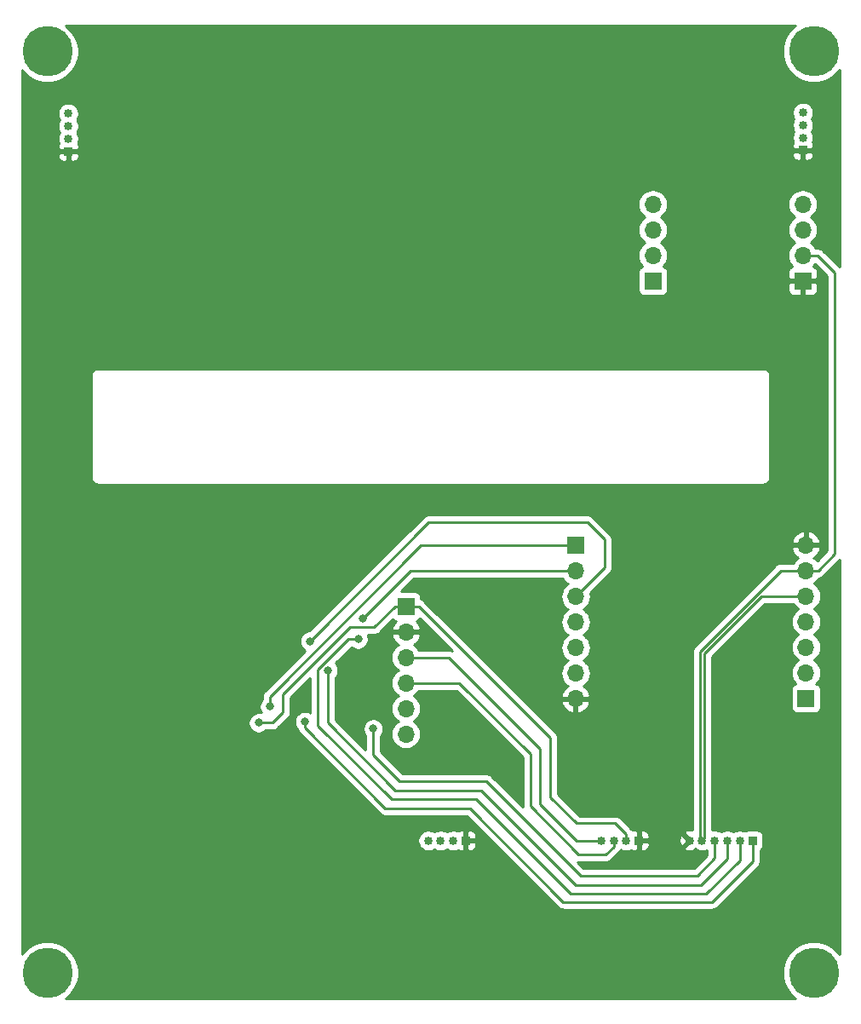
<source format=gbr>
G04 #@! TF.GenerationSoftware,KiCad,Pcbnew,(5.1.2)-2*
G04 #@! TF.CreationDate,2021-04-07T22:17:06-04:00*
G04 #@! TF.ProjectId,Magnetometer_A,4d61676e-6574-46f6-9d65-7465725f412e,rev?*
G04 #@! TF.SameCoordinates,Original*
G04 #@! TF.FileFunction,Copper,L2,Bot*
G04 #@! TF.FilePolarity,Positive*
%FSLAX46Y46*%
G04 Gerber Fmt 4.6, Leading zero omitted, Abs format (unit mm)*
G04 Created by KiCad (PCBNEW (5.1.2)-2) date 2021-04-07 22:17:06*
%MOMM*%
%LPD*%
G04 APERTURE LIST*
%ADD10R,1.700000X1.700000*%
%ADD11O,1.700000X1.700000*%
%ADD12C,5.000000*%
%ADD13R,0.850000X0.850000*%
%ADD14C,0.850000*%
%ADD15C,0.800000*%
%ADD16C,0.250000*%
%ADD17C,0.254000*%
G04 APERTURE END LIST*
D10*
X99100000Y-59000000D03*
D11*
X99100000Y-56460000D03*
X99100000Y-53920000D03*
X99100000Y-51380000D03*
D12*
X38900000Y-36175000D03*
X115100000Y-127750000D03*
X115100000Y-36150000D03*
X38900000Y-127750000D03*
D13*
X114000000Y-46000000D03*
D14*
X114000000Y-44750000D03*
X114000000Y-43500000D03*
X114000000Y-42250000D03*
X41000000Y-42350000D03*
X41000000Y-43600000D03*
X41000000Y-44850000D03*
D13*
X41000000Y-46100000D03*
D14*
X76750000Y-114600000D03*
X78000000Y-114600000D03*
X79250000Y-114600000D03*
D13*
X80500000Y-114600000D03*
D10*
X91420000Y-85270000D03*
D11*
X91420000Y-87810000D03*
X91420000Y-90350000D03*
X91420000Y-92890000D03*
X91420000Y-95430000D03*
X91420000Y-97970000D03*
X91420000Y-100510000D03*
X114320000Y-85240000D03*
X114320000Y-87780000D03*
X114320000Y-90320000D03*
X114320000Y-92860000D03*
X114320000Y-95400000D03*
X114320000Y-97940000D03*
D10*
X114320000Y-100480000D03*
X74550000Y-91330000D03*
D11*
X74550000Y-93870000D03*
X74550000Y-96410000D03*
X74550000Y-98950000D03*
X74550000Y-101490000D03*
X74550000Y-104030000D03*
D14*
X102750000Y-114600000D03*
X104000000Y-114600000D03*
X105250000Y-114600000D03*
X106500000Y-114600000D03*
X107750000Y-114600000D03*
D13*
X109000000Y-114600000D03*
X97700000Y-114600000D03*
D14*
X96450000Y-114600000D03*
X95200000Y-114600000D03*
X93950000Y-114600000D03*
D11*
X114000000Y-51380000D03*
X114000000Y-53920000D03*
X114000000Y-56460000D03*
D10*
X114000000Y-59000000D03*
D15*
X59900000Y-102900000D03*
X66800000Y-97700000D03*
X69800000Y-94600000D03*
X64500000Y-102800000D03*
X71300000Y-103500000D03*
X70300000Y-92500002D03*
X65000000Y-94799999D03*
X60999999Y-101300001D03*
D16*
X75830000Y-91330000D02*
X74550000Y-91330000D01*
X96450000Y-113998960D02*
X95351040Y-112900000D01*
X96450000Y-114600000D02*
X96450000Y-113998960D01*
X91500000Y-112900000D02*
X88900000Y-110300000D01*
X95351040Y-112900000D02*
X91500000Y-112900000D01*
X88900000Y-110300000D02*
X88900000Y-104400000D01*
X88900000Y-104400000D02*
X75830000Y-91330000D01*
X111820000Y-87780000D02*
X114320000Y-87780000D01*
X103800000Y-95800000D02*
X111820000Y-87780000D01*
X104000000Y-114600000D02*
X103800000Y-114400000D01*
X103800000Y-114400000D02*
X103800000Y-95800000D01*
X109880000Y-90320000D02*
X114320000Y-90320000D01*
X104200000Y-96000000D02*
X109880000Y-90320000D01*
X104000000Y-114600000D02*
X104200000Y-114400000D01*
X104200000Y-114400000D02*
X104200000Y-96000000D01*
X115522081Y-87780000D02*
X117200000Y-86102081D01*
X114320000Y-87780000D02*
X115522081Y-87780000D01*
X117200000Y-86102081D02*
X117200000Y-58200000D01*
X115460000Y-56460000D02*
X114000000Y-56460000D01*
X117200000Y-58200000D02*
X115460000Y-56460000D01*
X73450000Y-91330000D02*
X74550000Y-91330000D01*
X61273002Y-102900000D02*
X62325001Y-101848001D01*
X59900000Y-102900000D02*
X61273002Y-102900000D01*
X62325001Y-101848001D02*
X62325001Y-100074999D01*
X62325001Y-100074999D02*
X69000000Y-93400000D01*
X69000000Y-93400000D02*
X71380000Y-93400000D01*
X71380000Y-93400000D02*
X73450000Y-91330000D01*
X106500000Y-114600000D02*
X106500000Y-115736410D01*
X106500000Y-115736410D02*
X106500000Y-116400000D01*
X106500000Y-116400000D02*
X103900000Y-119000000D01*
X103900000Y-119000000D02*
X91400000Y-119000000D01*
X91400000Y-119000000D02*
X82000000Y-109600000D01*
X82000000Y-109600000D02*
X73500000Y-109600000D01*
X73500000Y-109600000D02*
X66800000Y-102900000D01*
X66800000Y-102900000D02*
X66800000Y-97700000D01*
X95200000Y-115201040D02*
X94401040Y-116000000D01*
X95200000Y-114600000D02*
X95200000Y-115201040D01*
X94401040Y-116000000D02*
X91700000Y-116000000D01*
X91700000Y-116000000D02*
X86900000Y-111200000D01*
X86900000Y-111200000D02*
X86900000Y-106000000D01*
X79850000Y-98950000D02*
X74550000Y-98950000D01*
X86900000Y-106000000D02*
X79850000Y-98950000D01*
X74550000Y-96410000D02*
X78810000Y-96410000D01*
X78810000Y-96410000D02*
X87900000Y-105500000D01*
X87900000Y-105500000D02*
X87900000Y-111000000D01*
X91500000Y-114600000D02*
X93950000Y-114600000D01*
X87900000Y-111000000D02*
X91500000Y-114600000D01*
X65800000Y-103200000D02*
X65800000Y-97626998D01*
X65800000Y-97626998D02*
X68826998Y-94600000D01*
X107750000Y-116550000D02*
X104400000Y-119900000D01*
X107750000Y-114600000D02*
X107750000Y-116550000D01*
X104400000Y-119900000D02*
X90900000Y-119900000D01*
X90900000Y-119900000D02*
X81500000Y-110500000D01*
X81500000Y-110500000D02*
X73100000Y-110500000D01*
X68826998Y-94600000D02*
X69800000Y-94600000D01*
X73100000Y-110500000D02*
X65800000Y-103200000D01*
X64500000Y-103400000D02*
X64500000Y-102800000D01*
X109000000Y-116700000D02*
X105000000Y-120700000D01*
X109000000Y-114600000D02*
X109000000Y-116700000D01*
X105000000Y-120700000D02*
X90200000Y-120700000D01*
X90200000Y-120700000D02*
X80900000Y-111400000D01*
X80900000Y-111400000D02*
X72500000Y-111400000D01*
X72500000Y-111400000D02*
X64500000Y-103400000D01*
X105250000Y-116350000D02*
X105250000Y-114600000D01*
X71300000Y-106100000D02*
X73900000Y-108700000D01*
X71300000Y-103500000D02*
X71300000Y-106100000D01*
X73900000Y-108700000D02*
X82500000Y-108700000D01*
X82500000Y-108700000D02*
X91900000Y-118100000D01*
X91900000Y-118100000D02*
X103500000Y-118100000D01*
X103500000Y-118100000D02*
X105250000Y-116350000D01*
X74990002Y-87810000D02*
X70699999Y-92100003D01*
X70699999Y-92100003D02*
X70300000Y-92500002D01*
X91420000Y-87810000D02*
X74990002Y-87810000D01*
X91420000Y-90350000D02*
X94300000Y-87470000D01*
X94300000Y-87470000D02*
X94300000Y-84700000D01*
X65399999Y-94400000D02*
X65000000Y-94799999D01*
X92600000Y-83000000D02*
X76799999Y-83000000D01*
X76799999Y-83000000D02*
X65399999Y-94400000D01*
X94300000Y-84700000D02*
X92600000Y-83000000D01*
X60999999Y-100317158D02*
X60999999Y-101300001D01*
X91420000Y-85270000D02*
X76047157Y-85270000D01*
X76047157Y-85270000D02*
X60999999Y-100317158D01*
D17*
G36*
X113101554Y-33714886D02*
G01*
X112664886Y-34151554D01*
X112321799Y-34665021D01*
X112085476Y-35235554D01*
X111965000Y-35841229D01*
X111965000Y-36458771D01*
X112085476Y-37064446D01*
X112321799Y-37634979D01*
X112664886Y-38148446D01*
X113101554Y-38585114D01*
X113615021Y-38928201D01*
X114185554Y-39164524D01*
X114791229Y-39285000D01*
X115408771Y-39285000D01*
X116014446Y-39164524D01*
X116584979Y-38928201D01*
X117098446Y-38585114D01*
X117535114Y-38148446D01*
X117640000Y-37991473D01*
X117640000Y-57565198D01*
X116023804Y-55949003D01*
X116000001Y-55919999D01*
X115884276Y-55825026D01*
X115752247Y-55754454D01*
X115608986Y-55710997D01*
X115497333Y-55700000D01*
X115497322Y-55700000D01*
X115460000Y-55696324D01*
X115422678Y-55700000D01*
X115277595Y-55700000D01*
X115240706Y-55630986D01*
X115055134Y-55404866D01*
X114829014Y-55219294D01*
X114774209Y-55190000D01*
X114829014Y-55160706D01*
X115055134Y-54975134D01*
X115240706Y-54749014D01*
X115378599Y-54491034D01*
X115463513Y-54211111D01*
X115492185Y-53920000D01*
X115463513Y-53628889D01*
X115378599Y-53348966D01*
X115240706Y-53090986D01*
X115055134Y-52864866D01*
X114829014Y-52679294D01*
X114774209Y-52650000D01*
X114829014Y-52620706D01*
X115055134Y-52435134D01*
X115240706Y-52209014D01*
X115378599Y-51951034D01*
X115463513Y-51671111D01*
X115492185Y-51380000D01*
X115463513Y-51088889D01*
X115378599Y-50808966D01*
X115240706Y-50550986D01*
X115055134Y-50324866D01*
X114829014Y-50139294D01*
X114571034Y-50001401D01*
X114291111Y-49916487D01*
X114072950Y-49895000D01*
X113927050Y-49895000D01*
X113708889Y-49916487D01*
X113428966Y-50001401D01*
X113170986Y-50139294D01*
X112944866Y-50324866D01*
X112759294Y-50550986D01*
X112621401Y-50808966D01*
X112536487Y-51088889D01*
X112507815Y-51380000D01*
X112536487Y-51671111D01*
X112621401Y-51951034D01*
X112759294Y-52209014D01*
X112944866Y-52435134D01*
X113170986Y-52620706D01*
X113225791Y-52650000D01*
X113170986Y-52679294D01*
X112944866Y-52864866D01*
X112759294Y-53090986D01*
X112621401Y-53348966D01*
X112536487Y-53628889D01*
X112507815Y-53920000D01*
X112536487Y-54211111D01*
X112621401Y-54491034D01*
X112759294Y-54749014D01*
X112944866Y-54975134D01*
X113170986Y-55160706D01*
X113225791Y-55190000D01*
X113170986Y-55219294D01*
X112944866Y-55404866D01*
X112759294Y-55630986D01*
X112621401Y-55888966D01*
X112536487Y-56168889D01*
X112507815Y-56460000D01*
X112536487Y-56751111D01*
X112621401Y-57031034D01*
X112759294Y-57289014D01*
X112944866Y-57515134D01*
X112974687Y-57539607D01*
X112905820Y-57560498D01*
X112795506Y-57619463D01*
X112698815Y-57698815D01*
X112619463Y-57795506D01*
X112560498Y-57905820D01*
X112524188Y-58025518D01*
X112511928Y-58150000D01*
X112515000Y-58714250D01*
X112673750Y-58873000D01*
X113873000Y-58873000D01*
X113873000Y-58853000D01*
X114127000Y-58853000D01*
X114127000Y-58873000D01*
X115326250Y-58873000D01*
X115485000Y-58714250D01*
X115488072Y-58150000D01*
X115475812Y-58025518D01*
X115439502Y-57905820D01*
X115380537Y-57795506D01*
X115301185Y-57698815D01*
X115204494Y-57619463D01*
X115094180Y-57560498D01*
X115025313Y-57539607D01*
X115055134Y-57515134D01*
X115228764Y-57303565D01*
X116440001Y-58514803D01*
X116440000Y-85787279D01*
X115432506Y-86794774D01*
X115375134Y-86724866D01*
X115149014Y-86539294D01*
X115084477Y-86504799D01*
X115201355Y-86435178D01*
X115417588Y-86240269D01*
X115591641Y-86006920D01*
X115716825Y-85744099D01*
X115761476Y-85596890D01*
X115640155Y-85367000D01*
X114447000Y-85367000D01*
X114447000Y-85387000D01*
X114193000Y-85387000D01*
X114193000Y-85367000D01*
X112999845Y-85367000D01*
X112878524Y-85596890D01*
X112923175Y-85744099D01*
X113048359Y-86006920D01*
X113222412Y-86240269D01*
X113438645Y-86435178D01*
X113555523Y-86504799D01*
X113490986Y-86539294D01*
X113264866Y-86724866D01*
X113079294Y-86950986D01*
X113042405Y-87020000D01*
X111857325Y-87020000D01*
X111820000Y-87016324D01*
X111782675Y-87020000D01*
X111782667Y-87020000D01*
X111671014Y-87030997D01*
X111527753Y-87074454D01*
X111395724Y-87145026D01*
X111279999Y-87239999D01*
X111256201Y-87268997D01*
X103288998Y-95236201D01*
X103260000Y-95259999D01*
X103236202Y-95288997D01*
X103236201Y-95288998D01*
X103165026Y-95375724D01*
X103094454Y-95507754D01*
X103050998Y-95651015D01*
X103036324Y-95800000D01*
X103040001Y-95837333D01*
X103040000Y-113578299D01*
X102873384Y-113542041D01*
X102664616Y-113538298D01*
X102459130Y-113575356D01*
X102264821Y-113651790D01*
X102231144Y-113669790D01*
X102205219Y-113875614D01*
X102750000Y-114420395D01*
X102764143Y-114406253D01*
X102940000Y-114582110D01*
X102940000Y-114589605D01*
X102929605Y-114600000D01*
X102940000Y-114610395D01*
X102940000Y-114617890D01*
X102764143Y-114793748D01*
X102750000Y-114779605D01*
X102205219Y-115324386D01*
X102231144Y-115530210D01*
X102422588Y-115613560D01*
X102626616Y-115657959D01*
X102835384Y-115661702D01*
X103040870Y-115624644D01*
X103235179Y-115548210D01*
X103268856Y-115530210D01*
X103287011Y-115386078D01*
X103324289Y-115423356D01*
X103497902Y-115539360D01*
X103690809Y-115619265D01*
X103895599Y-115660000D01*
X104104401Y-115660000D01*
X104309191Y-115619265D01*
X104490000Y-115544371D01*
X104490000Y-116035198D01*
X103185199Y-117340000D01*
X92214803Y-117340000D01*
X91631759Y-116756956D01*
X91662667Y-116760000D01*
X91662676Y-116760000D01*
X91699999Y-116763676D01*
X91737322Y-116760000D01*
X94363718Y-116760000D01*
X94401040Y-116763676D01*
X94438362Y-116760000D01*
X94438373Y-116760000D01*
X94550026Y-116749003D01*
X94693287Y-116705546D01*
X94825316Y-116634974D01*
X94941041Y-116540001D01*
X94964843Y-116510998D01*
X95711002Y-115764839D01*
X95740001Y-115741041D01*
X95778234Y-115694454D01*
X95834974Y-115625317D01*
X95898547Y-115506382D01*
X95947902Y-115539360D01*
X96140809Y-115619265D01*
X96345599Y-115660000D01*
X96554401Y-115660000D01*
X96759191Y-115619265D01*
X96918003Y-115553483D01*
X96920506Y-115555537D01*
X97030820Y-115614502D01*
X97150518Y-115650812D01*
X97275000Y-115663072D01*
X97414250Y-115660000D01*
X97573000Y-115501250D01*
X97573000Y-114727000D01*
X97827000Y-114727000D01*
X97827000Y-115501250D01*
X97985750Y-115660000D01*
X98125000Y-115663072D01*
X98249482Y-115650812D01*
X98369180Y-115614502D01*
X98479494Y-115555537D01*
X98576185Y-115476185D01*
X98655537Y-115379494D01*
X98714502Y-115269180D01*
X98750812Y-115149482D01*
X98763072Y-115025000D01*
X98760000Y-114885750D01*
X98601250Y-114727000D01*
X97827000Y-114727000D01*
X97573000Y-114727000D01*
X97553000Y-114727000D01*
X97553000Y-114685384D01*
X101688298Y-114685384D01*
X101725356Y-114890870D01*
X101801790Y-115085179D01*
X101819790Y-115118856D01*
X102025614Y-115144781D01*
X102570395Y-114600000D01*
X102025614Y-114055219D01*
X101819790Y-114081144D01*
X101736440Y-114272588D01*
X101692041Y-114476616D01*
X101688298Y-114685384D01*
X97553000Y-114685384D01*
X97553000Y-114473000D01*
X97573000Y-114473000D01*
X97573000Y-113698750D01*
X97827000Y-113698750D01*
X97827000Y-114473000D01*
X98601250Y-114473000D01*
X98760000Y-114314250D01*
X98763072Y-114175000D01*
X98750812Y-114050518D01*
X98714502Y-113930820D01*
X98655537Y-113820506D01*
X98576185Y-113723815D01*
X98479494Y-113644463D01*
X98369180Y-113585498D01*
X98249482Y-113549188D01*
X98125000Y-113536928D01*
X97985750Y-113540000D01*
X97827000Y-113698750D01*
X97573000Y-113698750D01*
X97414250Y-113540000D01*
X97275000Y-113536928D01*
X97150518Y-113549188D01*
X97081286Y-113570189D01*
X97013799Y-113487957D01*
X96990001Y-113458959D01*
X96961003Y-113435161D01*
X95914844Y-112389002D01*
X95891041Y-112359999D01*
X95775316Y-112265026D01*
X95643287Y-112194454D01*
X95500026Y-112150997D01*
X95388373Y-112140000D01*
X95388362Y-112140000D01*
X95351040Y-112136324D01*
X95313718Y-112140000D01*
X91814802Y-112140000D01*
X89660000Y-109985199D01*
X89660000Y-104437322D01*
X89663676Y-104399999D01*
X89660000Y-104362676D01*
X89660000Y-104362667D01*
X89649003Y-104251014D01*
X89605546Y-104107753D01*
X89534974Y-103975724D01*
X89440001Y-103859999D01*
X89411003Y-103836201D01*
X86441692Y-100866890D01*
X89978524Y-100866890D01*
X90023175Y-101014099D01*
X90148359Y-101276920D01*
X90322412Y-101510269D01*
X90538645Y-101705178D01*
X90788748Y-101854157D01*
X91063109Y-101951481D01*
X91293000Y-101830814D01*
X91293000Y-100637000D01*
X91547000Y-100637000D01*
X91547000Y-101830814D01*
X91776891Y-101951481D01*
X92051252Y-101854157D01*
X92301355Y-101705178D01*
X92517588Y-101510269D01*
X92691641Y-101276920D01*
X92816825Y-101014099D01*
X92861476Y-100866890D01*
X92740155Y-100637000D01*
X91547000Y-100637000D01*
X91293000Y-100637000D01*
X90099845Y-100637000D01*
X89978524Y-100866890D01*
X86441692Y-100866890D01*
X76393804Y-90819003D01*
X76370001Y-90789999D01*
X76254276Y-90695026D01*
X76122247Y-90624454D01*
X76038072Y-90598920D01*
X76038072Y-90480000D01*
X76025812Y-90355518D01*
X75989502Y-90235820D01*
X75930537Y-90125506D01*
X75851185Y-90028815D01*
X75754494Y-89949463D01*
X75644180Y-89890498D01*
X75524482Y-89854188D01*
X75400000Y-89841928D01*
X74032876Y-89841928D01*
X75304805Y-88570000D01*
X90142405Y-88570000D01*
X90179294Y-88639014D01*
X90364866Y-88865134D01*
X90590986Y-89050706D01*
X90645791Y-89080000D01*
X90590986Y-89109294D01*
X90364866Y-89294866D01*
X90179294Y-89520986D01*
X90041401Y-89778966D01*
X89956487Y-90058889D01*
X89927815Y-90350000D01*
X89956487Y-90641111D01*
X90041401Y-90921034D01*
X90179294Y-91179014D01*
X90364866Y-91405134D01*
X90590986Y-91590706D01*
X90645791Y-91620000D01*
X90590986Y-91649294D01*
X90364866Y-91834866D01*
X90179294Y-92060986D01*
X90041401Y-92318966D01*
X89956487Y-92598889D01*
X89927815Y-92890000D01*
X89956487Y-93181111D01*
X90041401Y-93461034D01*
X90179294Y-93719014D01*
X90364866Y-93945134D01*
X90590986Y-94130706D01*
X90645791Y-94160000D01*
X90590986Y-94189294D01*
X90364866Y-94374866D01*
X90179294Y-94600986D01*
X90041401Y-94858966D01*
X89956487Y-95138889D01*
X89927815Y-95430000D01*
X89956487Y-95721111D01*
X90041401Y-96001034D01*
X90179294Y-96259014D01*
X90364866Y-96485134D01*
X90590986Y-96670706D01*
X90645791Y-96700000D01*
X90590986Y-96729294D01*
X90364866Y-96914866D01*
X90179294Y-97140986D01*
X90041401Y-97398966D01*
X89956487Y-97678889D01*
X89927815Y-97970000D01*
X89956487Y-98261111D01*
X90041401Y-98541034D01*
X90179294Y-98799014D01*
X90364866Y-99025134D01*
X90590986Y-99210706D01*
X90655523Y-99245201D01*
X90538645Y-99314822D01*
X90322412Y-99509731D01*
X90148359Y-99743080D01*
X90023175Y-100005901D01*
X89978524Y-100153110D01*
X90099845Y-100383000D01*
X91293000Y-100383000D01*
X91293000Y-100363000D01*
X91547000Y-100363000D01*
X91547000Y-100383000D01*
X92740155Y-100383000D01*
X92861476Y-100153110D01*
X92816825Y-100005901D01*
X92691641Y-99743080D01*
X92517588Y-99509731D01*
X92301355Y-99314822D01*
X92184477Y-99245201D01*
X92249014Y-99210706D01*
X92475134Y-99025134D01*
X92660706Y-98799014D01*
X92798599Y-98541034D01*
X92883513Y-98261111D01*
X92912185Y-97970000D01*
X92883513Y-97678889D01*
X92798599Y-97398966D01*
X92660706Y-97140986D01*
X92475134Y-96914866D01*
X92249014Y-96729294D01*
X92194209Y-96700000D01*
X92249014Y-96670706D01*
X92475134Y-96485134D01*
X92660706Y-96259014D01*
X92798599Y-96001034D01*
X92883513Y-95721111D01*
X92912185Y-95430000D01*
X92883513Y-95138889D01*
X92798599Y-94858966D01*
X92660706Y-94600986D01*
X92475134Y-94374866D01*
X92249014Y-94189294D01*
X92194209Y-94160000D01*
X92249014Y-94130706D01*
X92475134Y-93945134D01*
X92660706Y-93719014D01*
X92798599Y-93461034D01*
X92883513Y-93181111D01*
X92912185Y-92890000D01*
X92883513Y-92598889D01*
X92798599Y-92318966D01*
X92660706Y-92060986D01*
X92475134Y-91834866D01*
X92249014Y-91649294D01*
X92194209Y-91620000D01*
X92249014Y-91590706D01*
X92475134Y-91405134D01*
X92660706Y-91179014D01*
X92798599Y-90921034D01*
X92883513Y-90641111D01*
X92912185Y-90350000D01*
X92883513Y-90058889D01*
X92860797Y-89984004D01*
X94811004Y-88033798D01*
X94840001Y-88010001D01*
X94881868Y-87958986D01*
X94934974Y-87894277D01*
X95005546Y-87762247D01*
X95005546Y-87762246D01*
X95049003Y-87618986D01*
X95060000Y-87507333D01*
X95060000Y-87507324D01*
X95063676Y-87470001D01*
X95060000Y-87432678D01*
X95060000Y-84883110D01*
X112878524Y-84883110D01*
X112999845Y-85113000D01*
X114193000Y-85113000D01*
X114193000Y-83919186D01*
X114447000Y-83919186D01*
X114447000Y-85113000D01*
X115640155Y-85113000D01*
X115761476Y-84883110D01*
X115716825Y-84735901D01*
X115591641Y-84473080D01*
X115417588Y-84239731D01*
X115201355Y-84044822D01*
X114951252Y-83895843D01*
X114676891Y-83798519D01*
X114447000Y-83919186D01*
X114193000Y-83919186D01*
X113963109Y-83798519D01*
X113688748Y-83895843D01*
X113438645Y-84044822D01*
X113222412Y-84239731D01*
X113048359Y-84473080D01*
X112923175Y-84735901D01*
X112878524Y-84883110D01*
X95060000Y-84883110D01*
X95060000Y-84737322D01*
X95063676Y-84699999D01*
X95060000Y-84662676D01*
X95060000Y-84662667D01*
X95049003Y-84551014D01*
X95005546Y-84407753D01*
X94934974Y-84275723D01*
X94863799Y-84188997D01*
X94840001Y-84159999D01*
X94811003Y-84136201D01*
X93163804Y-82489003D01*
X93140001Y-82459999D01*
X93024276Y-82365026D01*
X92892247Y-82294454D01*
X92748986Y-82250997D01*
X92637333Y-82240000D01*
X92637322Y-82240000D01*
X92600000Y-82236324D01*
X92562678Y-82240000D01*
X76837332Y-82240000D01*
X76799999Y-82236323D01*
X76762666Y-82240000D01*
X76651013Y-82250997D01*
X76507752Y-82294454D01*
X76375723Y-82365026D01*
X76259998Y-82459999D01*
X76236200Y-82488997D01*
X64960199Y-93764999D01*
X64898061Y-93764999D01*
X64698102Y-93804773D01*
X64509744Y-93882794D01*
X64340226Y-93996062D01*
X64196063Y-94140225D01*
X64082795Y-94309743D01*
X64004774Y-94498101D01*
X63965000Y-94698060D01*
X63965000Y-94901938D01*
X64004774Y-95101897D01*
X64082795Y-95290255D01*
X64196063Y-95459773D01*
X64340226Y-95603936D01*
X64509744Y-95717204D01*
X64520639Y-95721717D01*
X60489002Y-99753354D01*
X60459998Y-99777157D01*
X60404870Y-99844332D01*
X60365025Y-99892882D01*
X60305096Y-100005000D01*
X60294453Y-100024912D01*
X60250996Y-100168173D01*
X60239999Y-100279826D01*
X60239999Y-100279836D01*
X60236323Y-100317158D01*
X60239999Y-100354481D01*
X60239999Y-100596290D01*
X60196062Y-100640227D01*
X60082794Y-100809745D01*
X60004773Y-100998103D01*
X59964999Y-101198062D01*
X59964999Y-101401940D01*
X60004773Y-101601899D01*
X60082794Y-101790257D01*
X60152784Y-101895005D01*
X60001939Y-101865000D01*
X59798061Y-101865000D01*
X59598102Y-101904774D01*
X59409744Y-101982795D01*
X59240226Y-102096063D01*
X59096063Y-102240226D01*
X58982795Y-102409744D01*
X58904774Y-102598102D01*
X58865000Y-102798061D01*
X58865000Y-103001939D01*
X58904774Y-103201898D01*
X58982795Y-103390256D01*
X59096063Y-103559774D01*
X59240226Y-103703937D01*
X59409744Y-103817205D01*
X59598102Y-103895226D01*
X59798061Y-103935000D01*
X60001939Y-103935000D01*
X60201898Y-103895226D01*
X60390256Y-103817205D01*
X60559774Y-103703937D01*
X60603711Y-103660000D01*
X61235680Y-103660000D01*
X61273002Y-103663676D01*
X61310324Y-103660000D01*
X61310335Y-103660000D01*
X61421988Y-103649003D01*
X61565249Y-103605546D01*
X61697278Y-103534974D01*
X61813003Y-103440001D01*
X61836806Y-103410998D01*
X62836005Y-102411799D01*
X62865002Y-102388002D01*
X62959975Y-102272277D01*
X63030547Y-102140248D01*
X63074004Y-101996987D01*
X63085001Y-101885334D01*
X63085001Y-101885325D01*
X63088677Y-101848002D01*
X63085001Y-101810679D01*
X63085001Y-100389800D01*
X65040001Y-98434800D01*
X65040000Y-101916033D01*
X64990256Y-101882795D01*
X64801898Y-101804774D01*
X64601939Y-101765000D01*
X64398061Y-101765000D01*
X64198102Y-101804774D01*
X64009744Y-101882795D01*
X63840226Y-101996063D01*
X63696063Y-102140226D01*
X63582795Y-102309744D01*
X63504774Y-102498102D01*
X63465000Y-102698061D01*
X63465000Y-102901939D01*
X63504774Y-103101898D01*
X63582795Y-103290256D01*
X63696063Y-103459774D01*
X63747252Y-103510963D01*
X63750997Y-103548985D01*
X63785788Y-103663676D01*
X63794454Y-103692246D01*
X63865026Y-103824276D01*
X63904871Y-103872826D01*
X63959999Y-103940001D01*
X63989003Y-103963804D01*
X71936205Y-111911008D01*
X71959999Y-111940001D01*
X71988992Y-111963795D01*
X71988996Y-111963799D01*
X72059685Y-112021811D01*
X72075724Y-112034974D01*
X72207753Y-112105546D01*
X72351014Y-112149003D01*
X72462667Y-112160000D01*
X72462676Y-112160000D01*
X72499999Y-112163676D01*
X72537322Y-112160000D01*
X80585199Y-112160000D01*
X89636201Y-121211003D01*
X89659999Y-121240001D01*
X89688997Y-121263799D01*
X89775723Y-121334974D01*
X89907753Y-121405546D01*
X90051014Y-121449003D01*
X90162667Y-121460000D01*
X90162676Y-121460000D01*
X90199999Y-121463676D01*
X90237322Y-121460000D01*
X104962678Y-121460000D01*
X105000000Y-121463676D01*
X105037322Y-121460000D01*
X105037333Y-121460000D01*
X105148986Y-121449003D01*
X105292247Y-121405546D01*
X105424276Y-121334974D01*
X105540001Y-121240001D01*
X105563804Y-121210997D01*
X109511003Y-117263799D01*
X109540001Y-117240001D01*
X109634974Y-117124276D01*
X109705546Y-116992247D01*
X109749003Y-116848986D01*
X109760000Y-116737333D01*
X109760000Y-116737324D01*
X109763676Y-116700001D01*
X109760000Y-116662678D01*
X109760000Y-115565957D01*
X109779494Y-115555537D01*
X109876185Y-115476185D01*
X109955537Y-115379494D01*
X110014502Y-115269180D01*
X110050812Y-115149482D01*
X110063072Y-115025000D01*
X110063072Y-114175000D01*
X110050812Y-114050518D01*
X110014502Y-113930820D01*
X109955537Y-113820506D01*
X109876185Y-113723815D01*
X109779494Y-113644463D01*
X109669180Y-113585498D01*
X109549482Y-113549188D01*
X109425000Y-113536928D01*
X108575000Y-113536928D01*
X108450518Y-113549188D01*
X108330820Y-113585498D01*
X108220506Y-113644463D01*
X108218003Y-113646517D01*
X108059191Y-113580735D01*
X107854401Y-113540000D01*
X107645599Y-113540000D01*
X107440809Y-113580735D01*
X107247902Y-113660640D01*
X107125000Y-113742760D01*
X107002098Y-113660640D01*
X106809191Y-113580735D01*
X106604401Y-113540000D01*
X106395599Y-113540000D01*
X106190809Y-113580735D01*
X105997902Y-113660640D01*
X105875000Y-113742760D01*
X105752098Y-113660640D01*
X105559191Y-113580735D01*
X105354401Y-113540000D01*
X105145599Y-113540000D01*
X104960000Y-113576918D01*
X104960000Y-96314801D01*
X110194802Y-91080000D01*
X113042405Y-91080000D01*
X113079294Y-91149014D01*
X113264866Y-91375134D01*
X113490986Y-91560706D01*
X113545791Y-91590000D01*
X113490986Y-91619294D01*
X113264866Y-91804866D01*
X113079294Y-92030986D01*
X112941401Y-92288966D01*
X112856487Y-92568889D01*
X112827815Y-92860000D01*
X112856487Y-93151111D01*
X112941401Y-93431034D01*
X113079294Y-93689014D01*
X113264866Y-93915134D01*
X113490986Y-94100706D01*
X113545791Y-94130000D01*
X113490986Y-94159294D01*
X113264866Y-94344866D01*
X113079294Y-94570986D01*
X112941401Y-94828966D01*
X112856487Y-95108889D01*
X112827815Y-95400000D01*
X112856487Y-95691111D01*
X112941401Y-95971034D01*
X113079294Y-96229014D01*
X113264866Y-96455134D01*
X113490986Y-96640706D01*
X113545791Y-96670000D01*
X113490986Y-96699294D01*
X113264866Y-96884866D01*
X113079294Y-97110986D01*
X112941401Y-97368966D01*
X112856487Y-97648889D01*
X112827815Y-97940000D01*
X112856487Y-98231111D01*
X112941401Y-98511034D01*
X113079294Y-98769014D01*
X113264866Y-98995134D01*
X113294687Y-99019607D01*
X113225820Y-99040498D01*
X113115506Y-99099463D01*
X113018815Y-99178815D01*
X112939463Y-99275506D01*
X112880498Y-99385820D01*
X112844188Y-99505518D01*
X112831928Y-99630000D01*
X112831928Y-101330000D01*
X112844188Y-101454482D01*
X112880498Y-101574180D01*
X112939463Y-101684494D01*
X113018815Y-101781185D01*
X113115506Y-101860537D01*
X113225820Y-101919502D01*
X113345518Y-101955812D01*
X113470000Y-101968072D01*
X115170000Y-101968072D01*
X115294482Y-101955812D01*
X115414180Y-101919502D01*
X115524494Y-101860537D01*
X115621185Y-101781185D01*
X115700537Y-101684494D01*
X115759502Y-101574180D01*
X115795812Y-101454482D01*
X115808072Y-101330000D01*
X115808072Y-99630000D01*
X115795812Y-99505518D01*
X115759502Y-99385820D01*
X115700537Y-99275506D01*
X115621185Y-99178815D01*
X115524494Y-99099463D01*
X115414180Y-99040498D01*
X115345313Y-99019607D01*
X115375134Y-98995134D01*
X115560706Y-98769014D01*
X115698599Y-98511034D01*
X115783513Y-98231111D01*
X115812185Y-97940000D01*
X115783513Y-97648889D01*
X115698599Y-97368966D01*
X115560706Y-97110986D01*
X115375134Y-96884866D01*
X115149014Y-96699294D01*
X115094209Y-96670000D01*
X115149014Y-96640706D01*
X115375134Y-96455134D01*
X115560706Y-96229014D01*
X115698599Y-95971034D01*
X115783513Y-95691111D01*
X115812185Y-95400000D01*
X115783513Y-95108889D01*
X115698599Y-94828966D01*
X115560706Y-94570986D01*
X115375134Y-94344866D01*
X115149014Y-94159294D01*
X115094209Y-94130000D01*
X115149014Y-94100706D01*
X115375134Y-93915134D01*
X115560706Y-93689014D01*
X115698599Y-93431034D01*
X115783513Y-93151111D01*
X115812185Y-92860000D01*
X115783513Y-92568889D01*
X115698599Y-92288966D01*
X115560706Y-92030986D01*
X115375134Y-91804866D01*
X115149014Y-91619294D01*
X115094209Y-91590000D01*
X115149014Y-91560706D01*
X115375134Y-91375134D01*
X115560706Y-91149014D01*
X115698599Y-90891034D01*
X115783513Y-90611111D01*
X115812185Y-90320000D01*
X115783513Y-90028889D01*
X115698599Y-89748966D01*
X115560706Y-89490986D01*
X115375134Y-89264866D01*
X115149014Y-89079294D01*
X115094209Y-89050000D01*
X115149014Y-89020706D01*
X115375134Y-88835134D01*
X115560706Y-88609014D01*
X115599716Y-88536031D01*
X115671067Y-88529003D01*
X115814328Y-88485546D01*
X115946357Y-88414974D01*
X116062082Y-88320001D01*
X116085885Y-88290997D01*
X117640001Y-86736882D01*
X117640001Y-125908529D01*
X117535114Y-125751554D01*
X117098446Y-125314886D01*
X116584979Y-124971799D01*
X116014446Y-124735476D01*
X115408771Y-124615000D01*
X114791229Y-124615000D01*
X114185554Y-124735476D01*
X113615021Y-124971799D01*
X113101554Y-125314886D01*
X112664886Y-125751554D01*
X112321799Y-126265021D01*
X112085476Y-126835554D01*
X111965000Y-127441229D01*
X111965000Y-128058771D01*
X112085476Y-128664446D01*
X112321799Y-129234979D01*
X112664886Y-129748446D01*
X113101554Y-130185114D01*
X113258527Y-130290000D01*
X40741473Y-130290000D01*
X40898446Y-130185114D01*
X41335114Y-129748446D01*
X41678201Y-129234979D01*
X41914524Y-128664446D01*
X42035000Y-128058771D01*
X42035000Y-127441229D01*
X41914524Y-126835554D01*
X41678201Y-126265021D01*
X41335114Y-125751554D01*
X40898446Y-125314886D01*
X40384979Y-124971799D01*
X39814446Y-124735476D01*
X39208771Y-124615000D01*
X38591229Y-124615000D01*
X37985554Y-124735476D01*
X37415021Y-124971799D01*
X36901554Y-125314886D01*
X36464886Y-125751554D01*
X36360000Y-125908527D01*
X36360000Y-114495599D01*
X75690000Y-114495599D01*
X75690000Y-114704401D01*
X75730735Y-114909191D01*
X75810640Y-115102098D01*
X75926644Y-115275711D01*
X76074289Y-115423356D01*
X76247902Y-115539360D01*
X76440809Y-115619265D01*
X76645599Y-115660000D01*
X76854401Y-115660000D01*
X77059191Y-115619265D01*
X77252098Y-115539360D01*
X77375000Y-115457240D01*
X77497902Y-115539360D01*
X77690809Y-115619265D01*
X77895599Y-115660000D01*
X78104401Y-115660000D01*
X78309191Y-115619265D01*
X78502098Y-115539360D01*
X78625000Y-115457240D01*
X78747902Y-115539360D01*
X78940809Y-115619265D01*
X79145599Y-115660000D01*
X79354401Y-115660000D01*
X79559191Y-115619265D01*
X79718003Y-115553483D01*
X79720506Y-115555537D01*
X79830820Y-115614502D01*
X79950518Y-115650812D01*
X80075000Y-115663072D01*
X80214250Y-115660000D01*
X80373000Y-115501250D01*
X80373000Y-114727000D01*
X80627000Y-114727000D01*
X80627000Y-115501250D01*
X80785750Y-115660000D01*
X80925000Y-115663072D01*
X81049482Y-115650812D01*
X81169180Y-115614502D01*
X81279494Y-115555537D01*
X81376185Y-115476185D01*
X81455537Y-115379494D01*
X81514502Y-115269180D01*
X81550812Y-115149482D01*
X81563072Y-115025000D01*
X81560000Y-114885750D01*
X81401250Y-114727000D01*
X80627000Y-114727000D01*
X80373000Y-114727000D01*
X80353000Y-114727000D01*
X80353000Y-114473000D01*
X80373000Y-114473000D01*
X80373000Y-113698750D01*
X80627000Y-113698750D01*
X80627000Y-114473000D01*
X81401250Y-114473000D01*
X81560000Y-114314250D01*
X81563072Y-114175000D01*
X81550812Y-114050518D01*
X81514502Y-113930820D01*
X81455537Y-113820506D01*
X81376185Y-113723815D01*
X81279494Y-113644463D01*
X81169180Y-113585498D01*
X81049482Y-113549188D01*
X80925000Y-113536928D01*
X80785750Y-113540000D01*
X80627000Y-113698750D01*
X80373000Y-113698750D01*
X80214250Y-113540000D01*
X80075000Y-113536928D01*
X79950518Y-113549188D01*
X79830820Y-113585498D01*
X79720506Y-113644463D01*
X79718003Y-113646517D01*
X79559191Y-113580735D01*
X79354401Y-113540000D01*
X79145599Y-113540000D01*
X78940809Y-113580735D01*
X78747902Y-113660640D01*
X78625000Y-113742760D01*
X78502098Y-113660640D01*
X78309191Y-113580735D01*
X78104401Y-113540000D01*
X77895599Y-113540000D01*
X77690809Y-113580735D01*
X77497902Y-113660640D01*
X77375000Y-113742760D01*
X77252098Y-113660640D01*
X77059191Y-113580735D01*
X76854401Y-113540000D01*
X76645599Y-113540000D01*
X76440809Y-113580735D01*
X76247902Y-113660640D01*
X76074289Y-113776644D01*
X75926644Y-113924289D01*
X75810640Y-114097902D01*
X75730735Y-114290809D01*
X75690000Y-114495599D01*
X36360000Y-114495599D01*
X36360000Y-68350000D01*
X43236807Y-68350000D01*
X43240001Y-68382429D01*
X43240000Y-78517581D01*
X43236807Y-78550000D01*
X43249550Y-78679383D01*
X43287290Y-78803793D01*
X43348575Y-78918450D01*
X43431052Y-79018948D01*
X43531550Y-79101425D01*
X43646207Y-79162710D01*
X43770617Y-79200450D01*
X43900000Y-79213193D01*
X43932419Y-79210000D01*
X110067581Y-79210000D01*
X110100000Y-79213193D01*
X110132419Y-79210000D01*
X110229383Y-79200450D01*
X110353793Y-79162710D01*
X110468450Y-79101425D01*
X110568948Y-79018948D01*
X110651425Y-78918450D01*
X110712710Y-78803793D01*
X110750450Y-78679383D01*
X110763193Y-78550000D01*
X110760000Y-78517581D01*
X110760000Y-68382419D01*
X110763193Y-68350000D01*
X110750450Y-68220617D01*
X110712710Y-68096207D01*
X110651425Y-67981550D01*
X110568948Y-67881052D01*
X110468450Y-67798575D01*
X110353793Y-67737290D01*
X110229383Y-67699550D01*
X110132419Y-67690000D01*
X110100000Y-67686807D01*
X110067581Y-67690000D01*
X43932419Y-67690000D01*
X43900000Y-67686807D01*
X43867581Y-67690000D01*
X43770617Y-67699550D01*
X43646207Y-67737290D01*
X43531550Y-67798575D01*
X43431052Y-67881052D01*
X43348575Y-67981550D01*
X43287290Y-68096207D01*
X43249550Y-68220617D01*
X43236807Y-68350000D01*
X36360000Y-68350000D01*
X36360000Y-51380000D01*
X97607815Y-51380000D01*
X97636487Y-51671111D01*
X97721401Y-51951034D01*
X97859294Y-52209014D01*
X98044866Y-52435134D01*
X98270986Y-52620706D01*
X98325791Y-52650000D01*
X98270986Y-52679294D01*
X98044866Y-52864866D01*
X97859294Y-53090986D01*
X97721401Y-53348966D01*
X97636487Y-53628889D01*
X97607815Y-53920000D01*
X97636487Y-54211111D01*
X97721401Y-54491034D01*
X97859294Y-54749014D01*
X98044866Y-54975134D01*
X98270986Y-55160706D01*
X98325791Y-55190000D01*
X98270986Y-55219294D01*
X98044866Y-55404866D01*
X97859294Y-55630986D01*
X97721401Y-55888966D01*
X97636487Y-56168889D01*
X97607815Y-56460000D01*
X97636487Y-56751111D01*
X97721401Y-57031034D01*
X97859294Y-57289014D01*
X98044866Y-57515134D01*
X98074687Y-57539607D01*
X98005820Y-57560498D01*
X97895506Y-57619463D01*
X97798815Y-57698815D01*
X97719463Y-57795506D01*
X97660498Y-57905820D01*
X97624188Y-58025518D01*
X97611928Y-58150000D01*
X97611928Y-59850000D01*
X97624188Y-59974482D01*
X97660498Y-60094180D01*
X97719463Y-60204494D01*
X97798815Y-60301185D01*
X97895506Y-60380537D01*
X98005820Y-60439502D01*
X98125518Y-60475812D01*
X98250000Y-60488072D01*
X99950000Y-60488072D01*
X100074482Y-60475812D01*
X100194180Y-60439502D01*
X100304494Y-60380537D01*
X100401185Y-60301185D01*
X100480537Y-60204494D01*
X100539502Y-60094180D01*
X100575812Y-59974482D01*
X100588072Y-59850000D01*
X112511928Y-59850000D01*
X112524188Y-59974482D01*
X112560498Y-60094180D01*
X112619463Y-60204494D01*
X112698815Y-60301185D01*
X112795506Y-60380537D01*
X112905820Y-60439502D01*
X113025518Y-60475812D01*
X113150000Y-60488072D01*
X113714250Y-60485000D01*
X113873000Y-60326250D01*
X113873000Y-59127000D01*
X114127000Y-59127000D01*
X114127000Y-60326250D01*
X114285750Y-60485000D01*
X114850000Y-60488072D01*
X114974482Y-60475812D01*
X115094180Y-60439502D01*
X115204494Y-60380537D01*
X115301185Y-60301185D01*
X115380537Y-60204494D01*
X115439502Y-60094180D01*
X115475812Y-59974482D01*
X115488072Y-59850000D01*
X115485000Y-59285750D01*
X115326250Y-59127000D01*
X114127000Y-59127000D01*
X113873000Y-59127000D01*
X112673750Y-59127000D01*
X112515000Y-59285750D01*
X112511928Y-59850000D01*
X100588072Y-59850000D01*
X100588072Y-58150000D01*
X100575812Y-58025518D01*
X100539502Y-57905820D01*
X100480537Y-57795506D01*
X100401185Y-57698815D01*
X100304494Y-57619463D01*
X100194180Y-57560498D01*
X100125313Y-57539607D01*
X100155134Y-57515134D01*
X100340706Y-57289014D01*
X100478599Y-57031034D01*
X100563513Y-56751111D01*
X100592185Y-56460000D01*
X100563513Y-56168889D01*
X100478599Y-55888966D01*
X100340706Y-55630986D01*
X100155134Y-55404866D01*
X99929014Y-55219294D01*
X99874209Y-55190000D01*
X99929014Y-55160706D01*
X100155134Y-54975134D01*
X100340706Y-54749014D01*
X100478599Y-54491034D01*
X100563513Y-54211111D01*
X100592185Y-53920000D01*
X100563513Y-53628889D01*
X100478599Y-53348966D01*
X100340706Y-53090986D01*
X100155134Y-52864866D01*
X99929014Y-52679294D01*
X99874209Y-52650000D01*
X99929014Y-52620706D01*
X100155134Y-52435134D01*
X100340706Y-52209014D01*
X100478599Y-51951034D01*
X100563513Y-51671111D01*
X100592185Y-51380000D01*
X100563513Y-51088889D01*
X100478599Y-50808966D01*
X100340706Y-50550986D01*
X100155134Y-50324866D01*
X99929014Y-50139294D01*
X99671034Y-50001401D01*
X99391111Y-49916487D01*
X99172950Y-49895000D01*
X99027050Y-49895000D01*
X98808889Y-49916487D01*
X98528966Y-50001401D01*
X98270986Y-50139294D01*
X98044866Y-50324866D01*
X97859294Y-50550986D01*
X97721401Y-50808966D01*
X97636487Y-51088889D01*
X97607815Y-51380000D01*
X36360000Y-51380000D01*
X36360000Y-46525000D01*
X39936928Y-46525000D01*
X39949188Y-46649482D01*
X39985498Y-46769180D01*
X40044463Y-46879494D01*
X40123815Y-46976185D01*
X40220506Y-47055537D01*
X40330820Y-47114502D01*
X40450518Y-47150812D01*
X40575000Y-47163072D01*
X40714250Y-47160000D01*
X40873000Y-47001250D01*
X40873000Y-46227000D01*
X41127000Y-46227000D01*
X41127000Y-47001250D01*
X41285750Y-47160000D01*
X41425000Y-47163072D01*
X41549482Y-47150812D01*
X41669180Y-47114502D01*
X41779494Y-47055537D01*
X41876185Y-46976185D01*
X41955537Y-46879494D01*
X42014502Y-46769180D01*
X42050812Y-46649482D01*
X42063072Y-46525000D01*
X42060866Y-46425000D01*
X112936928Y-46425000D01*
X112949188Y-46549482D01*
X112985498Y-46669180D01*
X113044463Y-46779494D01*
X113123815Y-46876185D01*
X113220506Y-46955537D01*
X113330820Y-47014502D01*
X113450518Y-47050812D01*
X113575000Y-47063072D01*
X113714250Y-47060000D01*
X113873000Y-46901250D01*
X113873000Y-46127000D01*
X114127000Y-46127000D01*
X114127000Y-46901250D01*
X114285750Y-47060000D01*
X114425000Y-47063072D01*
X114549482Y-47050812D01*
X114669180Y-47014502D01*
X114779494Y-46955537D01*
X114876185Y-46876185D01*
X114955537Y-46779494D01*
X115014502Y-46669180D01*
X115050812Y-46549482D01*
X115063072Y-46425000D01*
X115060000Y-46285750D01*
X114901250Y-46127000D01*
X114127000Y-46127000D01*
X113873000Y-46127000D01*
X113098750Y-46127000D01*
X112940000Y-46285750D01*
X112936928Y-46425000D01*
X42060866Y-46425000D01*
X42060000Y-46385750D01*
X41901250Y-46227000D01*
X41127000Y-46227000D01*
X40873000Y-46227000D01*
X40098750Y-46227000D01*
X39940000Y-46385750D01*
X39936928Y-46525000D01*
X36360000Y-46525000D01*
X36360000Y-45675000D01*
X39936928Y-45675000D01*
X39940000Y-45814250D01*
X40098750Y-45973000D01*
X40873000Y-45973000D01*
X40873000Y-45953000D01*
X41127000Y-45953000D01*
X41127000Y-45973000D01*
X41901250Y-45973000D01*
X42060000Y-45814250D01*
X42063072Y-45675000D01*
X42053224Y-45575000D01*
X112936928Y-45575000D01*
X112940000Y-45714250D01*
X113098750Y-45873000D01*
X113873000Y-45873000D01*
X113873000Y-45853000D01*
X114127000Y-45853000D01*
X114127000Y-45873000D01*
X114901250Y-45873000D01*
X115060000Y-45714250D01*
X115063072Y-45575000D01*
X115050812Y-45450518D01*
X115014502Y-45330820D01*
X114955537Y-45220506D01*
X114953483Y-45218003D01*
X115019265Y-45059191D01*
X115060000Y-44854401D01*
X115060000Y-44645599D01*
X115019265Y-44440809D01*
X114939360Y-44247902D01*
X114857240Y-44125000D01*
X114939360Y-44002098D01*
X115019265Y-43809191D01*
X115060000Y-43604401D01*
X115060000Y-43395599D01*
X115019265Y-43190809D01*
X114939360Y-42997902D01*
X114857240Y-42875000D01*
X114939360Y-42752098D01*
X115019265Y-42559191D01*
X115060000Y-42354401D01*
X115060000Y-42145599D01*
X115019265Y-41940809D01*
X114939360Y-41747902D01*
X114823356Y-41574289D01*
X114675711Y-41426644D01*
X114502098Y-41310640D01*
X114309191Y-41230735D01*
X114104401Y-41190000D01*
X113895599Y-41190000D01*
X113690809Y-41230735D01*
X113497902Y-41310640D01*
X113324289Y-41426644D01*
X113176644Y-41574289D01*
X113060640Y-41747902D01*
X112980735Y-41940809D01*
X112940000Y-42145599D01*
X112940000Y-42354401D01*
X112980735Y-42559191D01*
X113060640Y-42752098D01*
X113142760Y-42875000D01*
X113060640Y-42997902D01*
X112980735Y-43190809D01*
X112940000Y-43395599D01*
X112940000Y-43604401D01*
X112980735Y-43809191D01*
X113060640Y-44002098D01*
X113142760Y-44125000D01*
X113060640Y-44247902D01*
X112980735Y-44440809D01*
X112940000Y-44645599D01*
X112940000Y-44854401D01*
X112980735Y-45059191D01*
X113046517Y-45218003D01*
X113044463Y-45220506D01*
X112985498Y-45330820D01*
X112949188Y-45450518D01*
X112936928Y-45575000D01*
X42053224Y-45575000D01*
X42050812Y-45550518D01*
X42014502Y-45430820D01*
X41955537Y-45320506D01*
X41953483Y-45318003D01*
X42019265Y-45159191D01*
X42060000Y-44954401D01*
X42060000Y-44745599D01*
X42019265Y-44540809D01*
X41939360Y-44347902D01*
X41857240Y-44225000D01*
X41939360Y-44102098D01*
X42019265Y-43909191D01*
X42060000Y-43704401D01*
X42060000Y-43495599D01*
X42019265Y-43290809D01*
X41939360Y-43097902D01*
X41857240Y-42975000D01*
X41939360Y-42852098D01*
X42019265Y-42659191D01*
X42060000Y-42454401D01*
X42060000Y-42245599D01*
X42019265Y-42040809D01*
X41939360Y-41847902D01*
X41823356Y-41674289D01*
X41675711Y-41526644D01*
X41502098Y-41410640D01*
X41309191Y-41330735D01*
X41104401Y-41290000D01*
X40895599Y-41290000D01*
X40690809Y-41330735D01*
X40497902Y-41410640D01*
X40324289Y-41526644D01*
X40176644Y-41674289D01*
X40060640Y-41847902D01*
X39980735Y-42040809D01*
X39940000Y-42245599D01*
X39940000Y-42454401D01*
X39980735Y-42659191D01*
X40060640Y-42852098D01*
X40142760Y-42975000D01*
X40060640Y-43097902D01*
X39980735Y-43290809D01*
X39940000Y-43495599D01*
X39940000Y-43704401D01*
X39980735Y-43909191D01*
X40060640Y-44102098D01*
X40142760Y-44225000D01*
X40060640Y-44347902D01*
X39980735Y-44540809D01*
X39940000Y-44745599D01*
X39940000Y-44954401D01*
X39980735Y-45159191D01*
X40046517Y-45318003D01*
X40044463Y-45320506D01*
X39985498Y-45430820D01*
X39949188Y-45550518D01*
X39936928Y-45675000D01*
X36360000Y-45675000D01*
X36360000Y-38016473D01*
X36464886Y-38173446D01*
X36901554Y-38610114D01*
X37415021Y-38953201D01*
X37985554Y-39189524D01*
X38591229Y-39310000D01*
X39208771Y-39310000D01*
X39814446Y-39189524D01*
X40384979Y-38953201D01*
X40898446Y-38610114D01*
X41335114Y-38173446D01*
X41678201Y-37659979D01*
X41914524Y-37089446D01*
X42035000Y-36483771D01*
X42035000Y-35866229D01*
X41914524Y-35260554D01*
X41678201Y-34690021D01*
X41335114Y-34176554D01*
X40898446Y-33739886D01*
X40704057Y-33610000D01*
X113258527Y-33610000D01*
X113101554Y-33714886D01*
X113101554Y-33714886D01*
G37*
X113101554Y-33714886D02*
X112664886Y-34151554D01*
X112321799Y-34665021D01*
X112085476Y-35235554D01*
X111965000Y-35841229D01*
X111965000Y-36458771D01*
X112085476Y-37064446D01*
X112321799Y-37634979D01*
X112664886Y-38148446D01*
X113101554Y-38585114D01*
X113615021Y-38928201D01*
X114185554Y-39164524D01*
X114791229Y-39285000D01*
X115408771Y-39285000D01*
X116014446Y-39164524D01*
X116584979Y-38928201D01*
X117098446Y-38585114D01*
X117535114Y-38148446D01*
X117640000Y-37991473D01*
X117640000Y-57565198D01*
X116023804Y-55949003D01*
X116000001Y-55919999D01*
X115884276Y-55825026D01*
X115752247Y-55754454D01*
X115608986Y-55710997D01*
X115497333Y-55700000D01*
X115497322Y-55700000D01*
X115460000Y-55696324D01*
X115422678Y-55700000D01*
X115277595Y-55700000D01*
X115240706Y-55630986D01*
X115055134Y-55404866D01*
X114829014Y-55219294D01*
X114774209Y-55190000D01*
X114829014Y-55160706D01*
X115055134Y-54975134D01*
X115240706Y-54749014D01*
X115378599Y-54491034D01*
X115463513Y-54211111D01*
X115492185Y-53920000D01*
X115463513Y-53628889D01*
X115378599Y-53348966D01*
X115240706Y-53090986D01*
X115055134Y-52864866D01*
X114829014Y-52679294D01*
X114774209Y-52650000D01*
X114829014Y-52620706D01*
X115055134Y-52435134D01*
X115240706Y-52209014D01*
X115378599Y-51951034D01*
X115463513Y-51671111D01*
X115492185Y-51380000D01*
X115463513Y-51088889D01*
X115378599Y-50808966D01*
X115240706Y-50550986D01*
X115055134Y-50324866D01*
X114829014Y-50139294D01*
X114571034Y-50001401D01*
X114291111Y-49916487D01*
X114072950Y-49895000D01*
X113927050Y-49895000D01*
X113708889Y-49916487D01*
X113428966Y-50001401D01*
X113170986Y-50139294D01*
X112944866Y-50324866D01*
X112759294Y-50550986D01*
X112621401Y-50808966D01*
X112536487Y-51088889D01*
X112507815Y-51380000D01*
X112536487Y-51671111D01*
X112621401Y-51951034D01*
X112759294Y-52209014D01*
X112944866Y-52435134D01*
X113170986Y-52620706D01*
X113225791Y-52650000D01*
X113170986Y-52679294D01*
X112944866Y-52864866D01*
X112759294Y-53090986D01*
X112621401Y-53348966D01*
X112536487Y-53628889D01*
X112507815Y-53920000D01*
X112536487Y-54211111D01*
X112621401Y-54491034D01*
X112759294Y-54749014D01*
X112944866Y-54975134D01*
X113170986Y-55160706D01*
X113225791Y-55190000D01*
X113170986Y-55219294D01*
X112944866Y-55404866D01*
X112759294Y-55630986D01*
X112621401Y-55888966D01*
X112536487Y-56168889D01*
X112507815Y-56460000D01*
X112536487Y-56751111D01*
X112621401Y-57031034D01*
X112759294Y-57289014D01*
X112944866Y-57515134D01*
X112974687Y-57539607D01*
X112905820Y-57560498D01*
X112795506Y-57619463D01*
X112698815Y-57698815D01*
X112619463Y-57795506D01*
X112560498Y-57905820D01*
X112524188Y-58025518D01*
X112511928Y-58150000D01*
X112515000Y-58714250D01*
X112673750Y-58873000D01*
X113873000Y-58873000D01*
X113873000Y-58853000D01*
X114127000Y-58853000D01*
X114127000Y-58873000D01*
X115326250Y-58873000D01*
X115485000Y-58714250D01*
X115488072Y-58150000D01*
X115475812Y-58025518D01*
X115439502Y-57905820D01*
X115380537Y-57795506D01*
X115301185Y-57698815D01*
X115204494Y-57619463D01*
X115094180Y-57560498D01*
X115025313Y-57539607D01*
X115055134Y-57515134D01*
X115228764Y-57303565D01*
X116440001Y-58514803D01*
X116440000Y-85787279D01*
X115432506Y-86794774D01*
X115375134Y-86724866D01*
X115149014Y-86539294D01*
X115084477Y-86504799D01*
X115201355Y-86435178D01*
X115417588Y-86240269D01*
X115591641Y-86006920D01*
X115716825Y-85744099D01*
X115761476Y-85596890D01*
X115640155Y-85367000D01*
X114447000Y-85367000D01*
X114447000Y-85387000D01*
X114193000Y-85387000D01*
X114193000Y-85367000D01*
X112999845Y-85367000D01*
X112878524Y-85596890D01*
X112923175Y-85744099D01*
X113048359Y-86006920D01*
X113222412Y-86240269D01*
X113438645Y-86435178D01*
X113555523Y-86504799D01*
X113490986Y-86539294D01*
X113264866Y-86724866D01*
X113079294Y-86950986D01*
X113042405Y-87020000D01*
X111857325Y-87020000D01*
X111820000Y-87016324D01*
X111782675Y-87020000D01*
X111782667Y-87020000D01*
X111671014Y-87030997D01*
X111527753Y-87074454D01*
X111395724Y-87145026D01*
X111279999Y-87239999D01*
X111256201Y-87268997D01*
X103288998Y-95236201D01*
X103260000Y-95259999D01*
X103236202Y-95288997D01*
X103236201Y-95288998D01*
X103165026Y-95375724D01*
X103094454Y-95507754D01*
X103050998Y-95651015D01*
X103036324Y-95800000D01*
X103040001Y-95837333D01*
X103040000Y-113578299D01*
X102873384Y-113542041D01*
X102664616Y-113538298D01*
X102459130Y-113575356D01*
X102264821Y-113651790D01*
X102231144Y-113669790D01*
X102205219Y-113875614D01*
X102750000Y-114420395D01*
X102764143Y-114406253D01*
X102940000Y-114582110D01*
X102940000Y-114589605D01*
X102929605Y-114600000D01*
X102940000Y-114610395D01*
X102940000Y-114617890D01*
X102764143Y-114793748D01*
X102750000Y-114779605D01*
X102205219Y-115324386D01*
X102231144Y-115530210D01*
X102422588Y-115613560D01*
X102626616Y-115657959D01*
X102835384Y-115661702D01*
X103040870Y-115624644D01*
X103235179Y-115548210D01*
X103268856Y-115530210D01*
X103287011Y-115386078D01*
X103324289Y-115423356D01*
X103497902Y-115539360D01*
X103690809Y-115619265D01*
X103895599Y-115660000D01*
X104104401Y-115660000D01*
X104309191Y-115619265D01*
X104490000Y-115544371D01*
X104490000Y-116035198D01*
X103185199Y-117340000D01*
X92214803Y-117340000D01*
X91631759Y-116756956D01*
X91662667Y-116760000D01*
X91662676Y-116760000D01*
X91699999Y-116763676D01*
X91737322Y-116760000D01*
X94363718Y-116760000D01*
X94401040Y-116763676D01*
X94438362Y-116760000D01*
X94438373Y-116760000D01*
X94550026Y-116749003D01*
X94693287Y-116705546D01*
X94825316Y-116634974D01*
X94941041Y-116540001D01*
X94964843Y-116510998D01*
X95711002Y-115764839D01*
X95740001Y-115741041D01*
X95778234Y-115694454D01*
X95834974Y-115625317D01*
X95898547Y-115506382D01*
X95947902Y-115539360D01*
X96140809Y-115619265D01*
X96345599Y-115660000D01*
X96554401Y-115660000D01*
X96759191Y-115619265D01*
X96918003Y-115553483D01*
X96920506Y-115555537D01*
X97030820Y-115614502D01*
X97150518Y-115650812D01*
X97275000Y-115663072D01*
X97414250Y-115660000D01*
X97573000Y-115501250D01*
X97573000Y-114727000D01*
X97827000Y-114727000D01*
X97827000Y-115501250D01*
X97985750Y-115660000D01*
X98125000Y-115663072D01*
X98249482Y-115650812D01*
X98369180Y-115614502D01*
X98479494Y-115555537D01*
X98576185Y-115476185D01*
X98655537Y-115379494D01*
X98714502Y-115269180D01*
X98750812Y-115149482D01*
X98763072Y-115025000D01*
X98760000Y-114885750D01*
X98601250Y-114727000D01*
X97827000Y-114727000D01*
X97573000Y-114727000D01*
X97553000Y-114727000D01*
X97553000Y-114685384D01*
X101688298Y-114685384D01*
X101725356Y-114890870D01*
X101801790Y-115085179D01*
X101819790Y-115118856D01*
X102025614Y-115144781D01*
X102570395Y-114600000D01*
X102025614Y-114055219D01*
X101819790Y-114081144D01*
X101736440Y-114272588D01*
X101692041Y-114476616D01*
X101688298Y-114685384D01*
X97553000Y-114685384D01*
X97553000Y-114473000D01*
X97573000Y-114473000D01*
X97573000Y-113698750D01*
X97827000Y-113698750D01*
X97827000Y-114473000D01*
X98601250Y-114473000D01*
X98760000Y-114314250D01*
X98763072Y-114175000D01*
X98750812Y-114050518D01*
X98714502Y-113930820D01*
X98655537Y-113820506D01*
X98576185Y-113723815D01*
X98479494Y-113644463D01*
X98369180Y-113585498D01*
X98249482Y-113549188D01*
X98125000Y-113536928D01*
X97985750Y-113540000D01*
X97827000Y-113698750D01*
X97573000Y-113698750D01*
X97414250Y-113540000D01*
X97275000Y-113536928D01*
X97150518Y-113549188D01*
X97081286Y-113570189D01*
X97013799Y-113487957D01*
X96990001Y-113458959D01*
X96961003Y-113435161D01*
X95914844Y-112389002D01*
X95891041Y-112359999D01*
X95775316Y-112265026D01*
X95643287Y-112194454D01*
X95500026Y-112150997D01*
X95388373Y-112140000D01*
X95388362Y-112140000D01*
X95351040Y-112136324D01*
X95313718Y-112140000D01*
X91814802Y-112140000D01*
X89660000Y-109985199D01*
X89660000Y-104437322D01*
X89663676Y-104399999D01*
X89660000Y-104362676D01*
X89660000Y-104362667D01*
X89649003Y-104251014D01*
X89605546Y-104107753D01*
X89534974Y-103975724D01*
X89440001Y-103859999D01*
X89411003Y-103836201D01*
X86441692Y-100866890D01*
X89978524Y-100866890D01*
X90023175Y-101014099D01*
X90148359Y-101276920D01*
X90322412Y-101510269D01*
X90538645Y-101705178D01*
X90788748Y-101854157D01*
X91063109Y-101951481D01*
X91293000Y-101830814D01*
X91293000Y-100637000D01*
X91547000Y-100637000D01*
X91547000Y-101830814D01*
X91776891Y-101951481D01*
X92051252Y-101854157D01*
X92301355Y-101705178D01*
X92517588Y-101510269D01*
X92691641Y-101276920D01*
X92816825Y-101014099D01*
X92861476Y-100866890D01*
X92740155Y-100637000D01*
X91547000Y-100637000D01*
X91293000Y-100637000D01*
X90099845Y-100637000D01*
X89978524Y-100866890D01*
X86441692Y-100866890D01*
X76393804Y-90819003D01*
X76370001Y-90789999D01*
X76254276Y-90695026D01*
X76122247Y-90624454D01*
X76038072Y-90598920D01*
X76038072Y-90480000D01*
X76025812Y-90355518D01*
X75989502Y-90235820D01*
X75930537Y-90125506D01*
X75851185Y-90028815D01*
X75754494Y-89949463D01*
X75644180Y-89890498D01*
X75524482Y-89854188D01*
X75400000Y-89841928D01*
X74032876Y-89841928D01*
X75304805Y-88570000D01*
X90142405Y-88570000D01*
X90179294Y-88639014D01*
X90364866Y-88865134D01*
X90590986Y-89050706D01*
X90645791Y-89080000D01*
X90590986Y-89109294D01*
X90364866Y-89294866D01*
X90179294Y-89520986D01*
X90041401Y-89778966D01*
X89956487Y-90058889D01*
X89927815Y-90350000D01*
X89956487Y-90641111D01*
X90041401Y-90921034D01*
X90179294Y-91179014D01*
X90364866Y-91405134D01*
X90590986Y-91590706D01*
X90645791Y-91620000D01*
X90590986Y-91649294D01*
X90364866Y-91834866D01*
X90179294Y-92060986D01*
X90041401Y-92318966D01*
X89956487Y-92598889D01*
X89927815Y-92890000D01*
X89956487Y-93181111D01*
X90041401Y-93461034D01*
X90179294Y-93719014D01*
X90364866Y-93945134D01*
X90590986Y-94130706D01*
X90645791Y-94160000D01*
X90590986Y-94189294D01*
X90364866Y-94374866D01*
X90179294Y-94600986D01*
X90041401Y-94858966D01*
X89956487Y-95138889D01*
X89927815Y-95430000D01*
X89956487Y-95721111D01*
X90041401Y-96001034D01*
X90179294Y-96259014D01*
X90364866Y-96485134D01*
X90590986Y-96670706D01*
X90645791Y-96700000D01*
X90590986Y-96729294D01*
X90364866Y-96914866D01*
X90179294Y-97140986D01*
X90041401Y-97398966D01*
X89956487Y-97678889D01*
X89927815Y-97970000D01*
X89956487Y-98261111D01*
X90041401Y-98541034D01*
X90179294Y-98799014D01*
X90364866Y-99025134D01*
X90590986Y-99210706D01*
X90655523Y-99245201D01*
X90538645Y-99314822D01*
X90322412Y-99509731D01*
X90148359Y-99743080D01*
X90023175Y-100005901D01*
X89978524Y-100153110D01*
X90099845Y-100383000D01*
X91293000Y-100383000D01*
X91293000Y-100363000D01*
X91547000Y-100363000D01*
X91547000Y-100383000D01*
X92740155Y-100383000D01*
X92861476Y-100153110D01*
X92816825Y-100005901D01*
X92691641Y-99743080D01*
X92517588Y-99509731D01*
X92301355Y-99314822D01*
X92184477Y-99245201D01*
X92249014Y-99210706D01*
X92475134Y-99025134D01*
X92660706Y-98799014D01*
X92798599Y-98541034D01*
X92883513Y-98261111D01*
X92912185Y-97970000D01*
X92883513Y-97678889D01*
X92798599Y-97398966D01*
X92660706Y-97140986D01*
X92475134Y-96914866D01*
X92249014Y-96729294D01*
X92194209Y-96700000D01*
X92249014Y-96670706D01*
X92475134Y-96485134D01*
X92660706Y-96259014D01*
X92798599Y-96001034D01*
X92883513Y-95721111D01*
X92912185Y-95430000D01*
X92883513Y-95138889D01*
X92798599Y-94858966D01*
X92660706Y-94600986D01*
X92475134Y-94374866D01*
X92249014Y-94189294D01*
X92194209Y-94160000D01*
X92249014Y-94130706D01*
X92475134Y-93945134D01*
X92660706Y-93719014D01*
X92798599Y-93461034D01*
X92883513Y-93181111D01*
X92912185Y-92890000D01*
X92883513Y-92598889D01*
X92798599Y-92318966D01*
X92660706Y-92060986D01*
X92475134Y-91834866D01*
X92249014Y-91649294D01*
X92194209Y-91620000D01*
X92249014Y-91590706D01*
X92475134Y-91405134D01*
X92660706Y-91179014D01*
X92798599Y-90921034D01*
X92883513Y-90641111D01*
X92912185Y-90350000D01*
X92883513Y-90058889D01*
X92860797Y-89984004D01*
X94811004Y-88033798D01*
X94840001Y-88010001D01*
X94881868Y-87958986D01*
X94934974Y-87894277D01*
X95005546Y-87762247D01*
X95005546Y-87762246D01*
X95049003Y-87618986D01*
X95060000Y-87507333D01*
X95060000Y-87507324D01*
X95063676Y-87470001D01*
X95060000Y-87432678D01*
X95060000Y-84883110D01*
X112878524Y-84883110D01*
X112999845Y-85113000D01*
X114193000Y-85113000D01*
X114193000Y-83919186D01*
X114447000Y-83919186D01*
X114447000Y-85113000D01*
X115640155Y-85113000D01*
X115761476Y-84883110D01*
X115716825Y-84735901D01*
X115591641Y-84473080D01*
X115417588Y-84239731D01*
X115201355Y-84044822D01*
X114951252Y-83895843D01*
X114676891Y-83798519D01*
X114447000Y-83919186D01*
X114193000Y-83919186D01*
X113963109Y-83798519D01*
X113688748Y-83895843D01*
X113438645Y-84044822D01*
X113222412Y-84239731D01*
X113048359Y-84473080D01*
X112923175Y-84735901D01*
X112878524Y-84883110D01*
X95060000Y-84883110D01*
X95060000Y-84737322D01*
X95063676Y-84699999D01*
X95060000Y-84662676D01*
X95060000Y-84662667D01*
X95049003Y-84551014D01*
X95005546Y-84407753D01*
X94934974Y-84275723D01*
X94863799Y-84188997D01*
X94840001Y-84159999D01*
X94811003Y-84136201D01*
X93163804Y-82489003D01*
X93140001Y-82459999D01*
X93024276Y-82365026D01*
X92892247Y-82294454D01*
X92748986Y-82250997D01*
X92637333Y-82240000D01*
X92637322Y-82240000D01*
X92600000Y-82236324D01*
X92562678Y-82240000D01*
X76837332Y-82240000D01*
X76799999Y-82236323D01*
X76762666Y-82240000D01*
X76651013Y-82250997D01*
X76507752Y-82294454D01*
X76375723Y-82365026D01*
X76259998Y-82459999D01*
X76236200Y-82488997D01*
X64960199Y-93764999D01*
X64898061Y-93764999D01*
X64698102Y-93804773D01*
X64509744Y-93882794D01*
X64340226Y-93996062D01*
X64196063Y-94140225D01*
X64082795Y-94309743D01*
X64004774Y-94498101D01*
X63965000Y-94698060D01*
X63965000Y-94901938D01*
X64004774Y-95101897D01*
X64082795Y-95290255D01*
X64196063Y-95459773D01*
X64340226Y-95603936D01*
X64509744Y-95717204D01*
X64520639Y-95721717D01*
X60489002Y-99753354D01*
X60459998Y-99777157D01*
X60404870Y-99844332D01*
X60365025Y-99892882D01*
X60305096Y-100005000D01*
X60294453Y-100024912D01*
X60250996Y-100168173D01*
X60239999Y-100279826D01*
X60239999Y-100279836D01*
X60236323Y-100317158D01*
X60239999Y-100354481D01*
X60239999Y-100596290D01*
X60196062Y-100640227D01*
X60082794Y-100809745D01*
X60004773Y-100998103D01*
X59964999Y-101198062D01*
X59964999Y-101401940D01*
X60004773Y-101601899D01*
X60082794Y-101790257D01*
X60152784Y-101895005D01*
X60001939Y-101865000D01*
X59798061Y-101865000D01*
X59598102Y-101904774D01*
X59409744Y-101982795D01*
X59240226Y-102096063D01*
X59096063Y-102240226D01*
X58982795Y-102409744D01*
X58904774Y-102598102D01*
X58865000Y-102798061D01*
X58865000Y-103001939D01*
X58904774Y-103201898D01*
X58982795Y-103390256D01*
X59096063Y-103559774D01*
X59240226Y-103703937D01*
X59409744Y-103817205D01*
X59598102Y-103895226D01*
X59798061Y-103935000D01*
X60001939Y-103935000D01*
X60201898Y-103895226D01*
X60390256Y-103817205D01*
X60559774Y-103703937D01*
X60603711Y-103660000D01*
X61235680Y-103660000D01*
X61273002Y-103663676D01*
X61310324Y-103660000D01*
X61310335Y-103660000D01*
X61421988Y-103649003D01*
X61565249Y-103605546D01*
X61697278Y-103534974D01*
X61813003Y-103440001D01*
X61836806Y-103410998D01*
X62836005Y-102411799D01*
X62865002Y-102388002D01*
X62959975Y-102272277D01*
X63030547Y-102140248D01*
X63074004Y-101996987D01*
X63085001Y-101885334D01*
X63085001Y-101885325D01*
X63088677Y-101848002D01*
X63085001Y-101810679D01*
X63085001Y-100389800D01*
X65040001Y-98434800D01*
X65040000Y-101916033D01*
X64990256Y-101882795D01*
X64801898Y-101804774D01*
X64601939Y-101765000D01*
X64398061Y-101765000D01*
X64198102Y-101804774D01*
X64009744Y-101882795D01*
X63840226Y-101996063D01*
X63696063Y-102140226D01*
X63582795Y-102309744D01*
X63504774Y-102498102D01*
X63465000Y-102698061D01*
X63465000Y-102901939D01*
X63504774Y-103101898D01*
X63582795Y-103290256D01*
X63696063Y-103459774D01*
X63747252Y-103510963D01*
X63750997Y-103548985D01*
X63785788Y-103663676D01*
X63794454Y-103692246D01*
X63865026Y-103824276D01*
X63904871Y-103872826D01*
X63959999Y-103940001D01*
X63989003Y-103963804D01*
X71936205Y-111911008D01*
X71959999Y-111940001D01*
X71988992Y-111963795D01*
X71988996Y-111963799D01*
X72059685Y-112021811D01*
X72075724Y-112034974D01*
X72207753Y-112105546D01*
X72351014Y-112149003D01*
X72462667Y-112160000D01*
X72462676Y-112160000D01*
X72499999Y-112163676D01*
X72537322Y-112160000D01*
X80585199Y-112160000D01*
X89636201Y-121211003D01*
X89659999Y-121240001D01*
X89688997Y-121263799D01*
X89775723Y-121334974D01*
X89907753Y-121405546D01*
X90051014Y-121449003D01*
X90162667Y-121460000D01*
X90162676Y-121460000D01*
X90199999Y-121463676D01*
X90237322Y-121460000D01*
X104962678Y-121460000D01*
X105000000Y-121463676D01*
X105037322Y-121460000D01*
X105037333Y-121460000D01*
X105148986Y-121449003D01*
X105292247Y-121405546D01*
X105424276Y-121334974D01*
X105540001Y-121240001D01*
X105563804Y-121210997D01*
X109511003Y-117263799D01*
X109540001Y-117240001D01*
X109634974Y-117124276D01*
X109705546Y-116992247D01*
X109749003Y-116848986D01*
X109760000Y-116737333D01*
X109760000Y-116737324D01*
X109763676Y-116700001D01*
X109760000Y-116662678D01*
X109760000Y-115565957D01*
X109779494Y-115555537D01*
X109876185Y-115476185D01*
X109955537Y-115379494D01*
X110014502Y-115269180D01*
X110050812Y-115149482D01*
X110063072Y-115025000D01*
X110063072Y-114175000D01*
X110050812Y-114050518D01*
X110014502Y-113930820D01*
X109955537Y-113820506D01*
X109876185Y-113723815D01*
X109779494Y-113644463D01*
X109669180Y-113585498D01*
X109549482Y-113549188D01*
X109425000Y-113536928D01*
X108575000Y-113536928D01*
X108450518Y-113549188D01*
X108330820Y-113585498D01*
X108220506Y-113644463D01*
X108218003Y-113646517D01*
X108059191Y-113580735D01*
X107854401Y-113540000D01*
X107645599Y-113540000D01*
X107440809Y-113580735D01*
X107247902Y-113660640D01*
X107125000Y-113742760D01*
X107002098Y-113660640D01*
X106809191Y-113580735D01*
X106604401Y-113540000D01*
X106395599Y-113540000D01*
X106190809Y-113580735D01*
X105997902Y-113660640D01*
X105875000Y-113742760D01*
X105752098Y-113660640D01*
X105559191Y-113580735D01*
X105354401Y-113540000D01*
X105145599Y-113540000D01*
X104960000Y-113576918D01*
X104960000Y-96314801D01*
X110194802Y-91080000D01*
X113042405Y-91080000D01*
X113079294Y-91149014D01*
X113264866Y-91375134D01*
X113490986Y-91560706D01*
X113545791Y-91590000D01*
X113490986Y-91619294D01*
X113264866Y-91804866D01*
X113079294Y-92030986D01*
X112941401Y-92288966D01*
X112856487Y-92568889D01*
X112827815Y-92860000D01*
X112856487Y-93151111D01*
X112941401Y-93431034D01*
X113079294Y-93689014D01*
X113264866Y-93915134D01*
X113490986Y-94100706D01*
X113545791Y-94130000D01*
X113490986Y-94159294D01*
X113264866Y-94344866D01*
X113079294Y-94570986D01*
X112941401Y-94828966D01*
X112856487Y-95108889D01*
X112827815Y-95400000D01*
X112856487Y-95691111D01*
X112941401Y-95971034D01*
X113079294Y-96229014D01*
X113264866Y-96455134D01*
X113490986Y-96640706D01*
X113545791Y-96670000D01*
X113490986Y-96699294D01*
X113264866Y-96884866D01*
X113079294Y-97110986D01*
X112941401Y-97368966D01*
X112856487Y-97648889D01*
X112827815Y-97940000D01*
X112856487Y-98231111D01*
X112941401Y-98511034D01*
X113079294Y-98769014D01*
X113264866Y-98995134D01*
X113294687Y-99019607D01*
X113225820Y-99040498D01*
X113115506Y-99099463D01*
X113018815Y-99178815D01*
X112939463Y-99275506D01*
X112880498Y-99385820D01*
X112844188Y-99505518D01*
X112831928Y-99630000D01*
X112831928Y-101330000D01*
X112844188Y-101454482D01*
X112880498Y-101574180D01*
X112939463Y-101684494D01*
X113018815Y-101781185D01*
X113115506Y-101860537D01*
X113225820Y-101919502D01*
X113345518Y-101955812D01*
X113470000Y-101968072D01*
X115170000Y-101968072D01*
X115294482Y-101955812D01*
X115414180Y-101919502D01*
X115524494Y-101860537D01*
X115621185Y-101781185D01*
X115700537Y-101684494D01*
X115759502Y-101574180D01*
X115795812Y-101454482D01*
X115808072Y-101330000D01*
X115808072Y-99630000D01*
X115795812Y-99505518D01*
X115759502Y-99385820D01*
X115700537Y-99275506D01*
X115621185Y-99178815D01*
X115524494Y-99099463D01*
X115414180Y-99040498D01*
X115345313Y-99019607D01*
X115375134Y-98995134D01*
X115560706Y-98769014D01*
X115698599Y-98511034D01*
X115783513Y-98231111D01*
X115812185Y-97940000D01*
X115783513Y-97648889D01*
X115698599Y-97368966D01*
X115560706Y-97110986D01*
X115375134Y-96884866D01*
X115149014Y-96699294D01*
X115094209Y-96670000D01*
X115149014Y-96640706D01*
X115375134Y-96455134D01*
X115560706Y-96229014D01*
X115698599Y-95971034D01*
X115783513Y-95691111D01*
X115812185Y-95400000D01*
X115783513Y-95108889D01*
X115698599Y-94828966D01*
X115560706Y-94570986D01*
X115375134Y-94344866D01*
X115149014Y-94159294D01*
X115094209Y-94130000D01*
X115149014Y-94100706D01*
X115375134Y-93915134D01*
X115560706Y-93689014D01*
X115698599Y-93431034D01*
X115783513Y-93151111D01*
X115812185Y-92860000D01*
X115783513Y-92568889D01*
X115698599Y-92288966D01*
X115560706Y-92030986D01*
X115375134Y-91804866D01*
X115149014Y-91619294D01*
X115094209Y-91590000D01*
X115149014Y-91560706D01*
X115375134Y-91375134D01*
X115560706Y-91149014D01*
X115698599Y-90891034D01*
X115783513Y-90611111D01*
X115812185Y-90320000D01*
X115783513Y-90028889D01*
X115698599Y-89748966D01*
X115560706Y-89490986D01*
X115375134Y-89264866D01*
X115149014Y-89079294D01*
X115094209Y-89050000D01*
X115149014Y-89020706D01*
X115375134Y-88835134D01*
X115560706Y-88609014D01*
X115599716Y-88536031D01*
X115671067Y-88529003D01*
X115814328Y-88485546D01*
X115946357Y-88414974D01*
X116062082Y-88320001D01*
X116085885Y-88290997D01*
X117640001Y-86736882D01*
X117640001Y-125908529D01*
X117535114Y-125751554D01*
X117098446Y-125314886D01*
X116584979Y-124971799D01*
X116014446Y-124735476D01*
X115408771Y-124615000D01*
X114791229Y-124615000D01*
X114185554Y-124735476D01*
X113615021Y-124971799D01*
X113101554Y-125314886D01*
X112664886Y-125751554D01*
X112321799Y-126265021D01*
X112085476Y-126835554D01*
X111965000Y-127441229D01*
X111965000Y-128058771D01*
X112085476Y-128664446D01*
X112321799Y-129234979D01*
X112664886Y-129748446D01*
X113101554Y-130185114D01*
X113258527Y-130290000D01*
X40741473Y-130290000D01*
X40898446Y-130185114D01*
X41335114Y-129748446D01*
X41678201Y-129234979D01*
X41914524Y-128664446D01*
X42035000Y-128058771D01*
X42035000Y-127441229D01*
X41914524Y-126835554D01*
X41678201Y-126265021D01*
X41335114Y-125751554D01*
X40898446Y-125314886D01*
X40384979Y-124971799D01*
X39814446Y-124735476D01*
X39208771Y-124615000D01*
X38591229Y-124615000D01*
X37985554Y-124735476D01*
X37415021Y-124971799D01*
X36901554Y-125314886D01*
X36464886Y-125751554D01*
X36360000Y-125908527D01*
X36360000Y-114495599D01*
X75690000Y-114495599D01*
X75690000Y-114704401D01*
X75730735Y-114909191D01*
X75810640Y-115102098D01*
X75926644Y-115275711D01*
X76074289Y-115423356D01*
X76247902Y-115539360D01*
X76440809Y-115619265D01*
X76645599Y-115660000D01*
X76854401Y-115660000D01*
X77059191Y-115619265D01*
X77252098Y-115539360D01*
X77375000Y-115457240D01*
X77497902Y-115539360D01*
X77690809Y-115619265D01*
X77895599Y-115660000D01*
X78104401Y-115660000D01*
X78309191Y-115619265D01*
X78502098Y-115539360D01*
X78625000Y-115457240D01*
X78747902Y-115539360D01*
X78940809Y-115619265D01*
X79145599Y-115660000D01*
X79354401Y-115660000D01*
X79559191Y-115619265D01*
X79718003Y-115553483D01*
X79720506Y-115555537D01*
X79830820Y-115614502D01*
X79950518Y-115650812D01*
X80075000Y-115663072D01*
X80214250Y-115660000D01*
X80373000Y-115501250D01*
X80373000Y-114727000D01*
X80627000Y-114727000D01*
X80627000Y-115501250D01*
X80785750Y-115660000D01*
X80925000Y-115663072D01*
X81049482Y-115650812D01*
X81169180Y-115614502D01*
X81279494Y-115555537D01*
X81376185Y-115476185D01*
X81455537Y-115379494D01*
X81514502Y-115269180D01*
X81550812Y-115149482D01*
X81563072Y-115025000D01*
X81560000Y-114885750D01*
X81401250Y-114727000D01*
X80627000Y-114727000D01*
X80373000Y-114727000D01*
X80353000Y-114727000D01*
X80353000Y-114473000D01*
X80373000Y-114473000D01*
X80373000Y-113698750D01*
X80627000Y-113698750D01*
X80627000Y-114473000D01*
X81401250Y-114473000D01*
X81560000Y-114314250D01*
X81563072Y-114175000D01*
X81550812Y-114050518D01*
X81514502Y-113930820D01*
X81455537Y-113820506D01*
X81376185Y-113723815D01*
X81279494Y-113644463D01*
X81169180Y-113585498D01*
X81049482Y-113549188D01*
X80925000Y-113536928D01*
X80785750Y-113540000D01*
X80627000Y-113698750D01*
X80373000Y-113698750D01*
X80214250Y-113540000D01*
X80075000Y-113536928D01*
X79950518Y-113549188D01*
X79830820Y-113585498D01*
X79720506Y-113644463D01*
X79718003Y-113646517D01*
X79559191Y-113580735D01*
X79354401Y-113540000D01*
X79145599Y-113540000D01*
X78940809Y-113580735D01*
X78747902Y-113660640D01*
X78625000Y-113742760D01*
X78502098Y-113660640D01*
X78309191Y-113580735D01*
X78104401Y-113540000D01*
X77895599Y-113540000D01*
X77690809Y-113580735D01*
X77497902Y-113660640D01*
X77375000Y-113742760D01*
X77252098Y-113660640D01*
X77059191Y-113580735D01*
X76854401Y-113540000D01*
X76645599Y-113540000D01*
X76440809Y-113580735D01*
X76247902Y-113660640D01*
X76074289Y-113776644D01*
X75926644Y-113924289D01*
X75810640Y-114097902D01*
X75730735Y-114290809D01*
X75690000Y-114495599D01*
X36360000Y-114495599D01*
X36360000Y-68350000D01*
X43236807Y-68350000D01*
X43240001Y-68382429D01*
X43240000Y-78517581D01*
X43236807Y-78550000D01*
X43249550Y-78679383D01*
X43287290Y-78803793D01*
X43348575Y-78918450D01*
X43431052Y-79018948D01*
X43531550Y-79101425D01*
X43646207Y-79162710D01*
X43770617Y-79200450D01*
X43900000Y-79213193D01*
X43932419Y-79210000D01*
X110067581Y-79210000D01*
X110100000Y-79213193D01*
X110132419Y-79210000D01*
X110229383Y-79200450D01*
X110353793Y-79162710D01*
X110468450Y-79101425D01*
X110568948Y-79018948D01*
X110651425Y-78918450D01*
X110712710Y-78803793D01*
X110750450Y-78679383D01*
X110763193Y-78550000D01*
X110760000Y-78517581D01*
X110760000Y-68382419D01*
X110763193Y-68350000D01*
X110750450Y-68220617D01*
X110712710Y-68096207D01*
X110651425Y-67981550D01*
X110568948Y-67881052D01*
X110468450Y-67798575D01*
X110353793Y-67737290D01*
X110229383Y-67699550D01*
X110132419Y-67690000D01*
X110100000Y-67686807D01*
X110067581Y-67690000D01*
X43932419Y-67690000D01*
X43900000Y-67686807D01*
X43867581Y-67690000D01*
X43770617Y-67699550D01*
X43646207Y-67737290D01*
X43531550Y-67798575D01*
X43431052Y-67881052D01*
X43348575Y-67981550D01*
X43287290Y-68096207D01*
X43249550Y-68220617D01*
X43236807Y-68350000D01*
X36360000Y-68350000D01*
X36360000Y-51380000D01*
X97607815Y-51380000D01*
X97636487Y-51671111D01*
X97721401Y-51951034D01*
X97859294Y-52209014D01*
X98044866Y-52435134D01*
X98270986Y-52620706D01*
X98325791Y-52650000D01*
X98270986Y-52679294D01*
X98044866Y-52864866D01*
X97859294Y-53090986D01*
X97721401Y-53348966D01*
X97636487Y-53628889D01*
X97607815Y-53920000D01*
X97636487Y-54211111D01*
X97721401Y-54491034D01*
X97859294Y-54749014D01*
X98044866Y-54975134D01*
X98270986Y-55160706D01*
X98325791Y-55190000D01*
X98270986Y-55219294D01*
X98044866Y-55404866D01*
X97859294Y-55630986D01*
X97721401Y-55888966D01*
X97636487Y-56168889D01*
X97607815Y-56460000D01*
X97636487Y-56751111D01*
X97721401Y-57031034D01*
X97859294Y-57289014D01*
X98044866Y-57515134D01*
X98074687Y-57539607D01*
X98005820Y-57560498D01*
X97895506Y-57619463D01*
X97798815Y-57698815D01*
X97719463Y-57795506D01*
X97660498Y-57905820D01*
X97624188Y-58025518D01*
X97611928Y-58150000D01*
X97611928Y-59850000D01*
X97624188Y-59974482D01*
X97660498Y-60094180D01*
X97719463Y-60204494D01*
X97798815Y-60301185D01*
X97895506Y-60380537D01*
X98005820Y-60439502D01*
X98125518Y-60475812D01*
X98250000Y-60488072D01*
X99950000Y-60488072D01*
X100074482Y-60475812D01*
X100194180Y-60439502D01*
X100304494Y-60380537D01*
X100401185Y-60301185D01*
X100480537Y-60204494D01*
X100539502Y-60094180D01*
X100575812Y-59974482D01*
X100588072Y-59850000D01*
X112511928Y-59850000D01*
X112524188Y-59974482D01*
X112560498Y-60094180D01*
X112619463Y-60204494D01*
X112698815Y-60301185D01*
X112795506Y-60380537D01*
X112905820Y-60439502D01*
X113025518Y-60475812D01*
X113150000Y-60488072D01*
X113714250Y-60485000D01*
X113873000Y-60326250D01*
X113873000Y-59127000D01*
X114127000Y-59127000D01*
X114127000Y-60326250D01*
X114285750Y-60485000D01*
X114850000Y-60488072D01*
X114974482Y-60475812D01*
X115094180Y-60439502D01*
X115204494Y-60380537D01*
X115301185Y-60301185D01*
X115380537Y-60204494D01*
X115439502Y-60094180D01*
X115475812Y-59974482D01*
X115488072Y-59850000D01*
X115485000Y-59285750D01*
X115326250Y-59127000D01*
X114127000Y-59127000D01*
X113873000Y-59127000D01*
X112673750Y-59127000D01*
X112515000Y-59285750D01*
X112511928Y-59850000D01*
X100588072Y-59850000D01*
X100588072Y-58150000D01*
X100575812Y-58025518D01*
X100539502Y-57905820D01*
X100480537Y-57795506D01*
X100401185Y-57698815D01*
X100304494Y-57619463D01*
X100194180Y-57560498D01*
X100125313Y-57539607D01*
X100155134Y-57515134D01*
X100340706Y-57289014D01*
X100478599Y-57031034D01*
X100563513Y-56751111D01*
X100592185Y-56460000D01*
X100563513Y-56168889D01*
X100478599Y-55888966D01*
X100340706Y-55630986D01*
X100155134Y-55404866D01*
X99929014Y-55219294D01*
X99874209Y-55190000D01*
X99929014Y-55160706D01*
X100155134Y-54975134D01*
X100340706Y-54749014D01*
X100478599Y-54491034D01*
X100563513Y-54211111D01*
X100592185Y-53920000D01*
X100563513Y-53628889D01*
X100478599Y-53348966D01*
X100340706Y-53090986D01*
X100155134Y-52864866D01*
X99929014Y-52679294D01*
X99874209Y-52650000D01*
X99929014Y-52620706D01*
X100155134Y-52435134D01*
X100340706Y-52209014D01*
X100478599Y-51951034D01*
X100563513Y-51671111D01*
X100592185Y-51380000D01*
X100563513Y-51088889D01*
X100478599Y-50808966D01*
X100340706Y-50550986D01*
X100155134Y-50324866D01*
X99929014Y-50139294D01*
X99671034Y-50001401D01*
X99391111Y-49916487D01*
X99172950Y-49895000D01*
X99027050Y-49895000D01*
X98808889Y-49916487D01*
X98528966Y-50001401D01*
X98270986Y-50139294D01*
X98044866Y-50324866D01*
X97859294Y-50550986D01*
X97721401Y-50808966D01*
X97636487Y-51088889D01*
X97607815Y-51380000D01*
X36360000Y-51380000D01*
X36360000Y-46525000D01*
X39936928Y-46525000D01*
X39949188Y-46649482D01*
X39985498Y-46769180D01*
X40044463Y-46879494D01*
X40123815Y-46976185D01*
X40220506Y-47055537D01*
X40330820Y-47114502D01*
X40450518Y-47150812D01*
X40575000Y-47163072D01*
X40714250Y-47160000D01*
X40873000Y-47001250D01*
X40873000Y-46227000D01*
X41127000Y-46227000D01*
X41127000Y-47001250D01*
X41285750Y-47160000D01*
X41425000Y-47163072D01*
X41549482Y-47150812D01*
X41669180Y-47114502D01*
X41779494Y-47055537D01*
X41876185Y-46976185D01*
X41955537Y-46879494D01*
X42014502Y-46769180D01*
X42050812Y-46649482D01*
X42063072Y-46525000D01*
X42060866Y-46425000D01*
X112936928Y-46425000D01*
X112949188Y-46549482D01*
X112985498Y-46669180D01*
X113044463Y-46779494D01*
X113123815Y-46876185D01*
X113220506Y-46955537D01*
X113330820Y-47014502D01*
X113450518Y-47050812D01*
X113575000Y-47063072D01*
X113714250Y-47060000D01*
X113873000Y-46901250D01*
X113873000Y-46127000D01*
X114127000Y-46127000D01*
X114127000Y-46901250D01*
X114285750Y-47060000D01*
X114425000Y-47063072D01*
X114549482Y-47050812D01*
X114669180Y-47014502D01*
X114779494Y-46955537D01*
X114876185Y-46876185D01*
X114955537Y-46779494D01*
X115014502Y-46669180D01*
X115050812Y-46549482D01*
X115063072Y-46425000D01*
X115060000Y-46285750D01*
X114901250Y-46127000D01*
X114127000Y-46127000D01*
X113873000Y-46127000D01*
X113098750Y-46127000D01*
X112940000Y-46285750D01*
X112936928Y-46425000D01*
X42060866Y-46425000D01*
X42060000Y-46385750D01*
X41901250Y-46227000D01*
X41127000Y-46227000D01*
X40873000Y-46227000D01*
X40098750Y-46227000D01*
X39940000Y-46385750D01*
X39936928Y-46525000D01*
X36360000Y-46525000D01*
X36360000Y-45675000D01*
X39936928Y-45675000D01*
X39940000Y-45814250D01*
X40098750Y-45973000D01*
X40873000Y-45973000D01*
X40873000Y-45953000D01*
X41127000Y-45953000D01*
X41127000Y-45973000D01*
X41901250Y-45973000D01*
X42060000Y-45814250D01*
X42063072Y-45675000D01*
X42053224Y-45575000D01*
X112936928Y-45575000D01*
X112940000Y-45714250D01*
X113098750Y-45873000D01*
X113873000Y-45873000D01*
X113873000Y-45853000D01*
X114127000Y-45853000D01*
X114127000Y-45873000D01*
X114901250Y-45873000D01*
X115060000Y-45714250D01*
X115063072Y-45575000D01*
X115050812Y-45450518D01*
X115014502Y-45330820D01*
X114955537Y-45220506D01*
X114953483Y-45218003D01*
X115019265Y-45059191D01*
X115060000Y-44854401D01*
X115060000Y-44645599D01*
X115019265Y-44440809D01*
X114939360Y-44247902D01*
X114857240Y-44125000D01*
X114939360Y-44002098D01*
X115019265Y-43809191D01*
X115060000Y-43604401D01*
X115060000Y-43395599D01*
X115019265Y-43190809D01*
X114939360Y-42997902D01*
X114857240Y-42875000D01*
X114939360Y-42752098D01*
X115019265Y-42559191D01*
X115060000Y-42354401D01*
X115060000Y-42145599D01*
X115019265Y-41940809D01*
X114939360Y-41747902D01*
X114823356Y-41574289D01*
X114675711Y-41426644D01*
X114502098Y-41310640D01*
X114309191Y-41230735D01*
X114104401Y-41190000D01*
X113895599Y-41190000D01*
X113690809Y-41230735D01*
X113497902Y-41310640D01*
X113324289Y-41426644D01*
X113176644Y-41574289D01*
X113060640Y-41747902D01*
X112980735Y-41940809D01*
X112940000Y-42145599D01*
X112940000Y-42354401D01*
X112980735Y-42559191D01*
X113060640Y-42752098D01*
X113142760Y-42875000D01*
X113060640Y-42997902D01*
X112980735Y-43190809D01*
X112940000Y-43395599D01*
X112940000Y-43604401D01*
X112980735Y-43809191D01*
X113060640Y-44002098D01*
X113142760Y-44125000D01*
X113060640Y-44247902D01*
X112980735Y-44440809D01*
X112940000Y-44645599D01*
X112940000Y-44854401D01*
X112980735Y-45059191D01*
X113046517Y-45218003D01*
X113044463Y-45220506D01*
X112985498Y-45330820D01*
X112949188Y-45450518D01*
X112936928Y-45575000D01*
X42053224Y-45575000D01*
X42050812Y-45550518D01*
X42014502Y-45430820D01*
X41955537Y-45320506D01*
X41953483Y-45318003D01*
X42019265Y-45159191D01*
X42060000Y-44954401D01*
X42060000Y-44745599D01*
X42019265Y-44540809D01*
X41939360Y-44347902D01*
X41857240Y-44225000D01*
X41939360Y-44102098D01*
X42019265Y-43909191D01*
X42060000Y-43704401D01*
X42060000Y-43495599D01*
X42019265Y-43290809D01*
X41939360Y-43097902D01*
X41857240Y-42975000D01*
X41939360Y-42852098D01*
X42019265Y-42659191D01*
X42060000Y-42454401D01*
X42060000Y-42245599D01*
X42019265Y-42040809D01*
X41939360Y-41847902D01*
X41823356Y-41674289D01*
X41675711Y-41526644D01*
X41502098Y-41410640D01*
X41309191Y-41330735D01*
X41104401Y-41290000D01*
X40895599Y-41290000D01*
X40690809Y-41330735D01*
X40497902Y-41410640D01*
X40324289Y-41526644D01*
X40176644Y-41674289D01*
X40060640Y-41847902D01*
X39980735Y-42040809D01*
X39940000Y-42245599D01*
X39940000Y-42454401D01*
X39980735Y-42659191D01*
X40060640Y-42852098D01*
X40142760Y-42975000D01*
X40060640Y-43097902D01*
X39980735Y-43290809D01*
X39940000Y-43495599D01*
X39940000Y-43704401D01*
X39980735Y-43909191D01*
X40060640Y-44102098D01*
X40142760Y-44225000D01*
X40060640Y-44347902D01*
X39980735Y-44540809D01*
X39940000Y-44745599D01*
X39940000Y-44954401D01*
X39980735Y-45159191D01*
X40046517Y-45318003D01*
X40044463Y-45320506D01*
X39985498Y-45430820D01*
X39949188Y-45550518D01*
X39936928Y-45675000D01*
X36360000Y-45675000D01*
X36360000Y-38016473D01*
X36464886Y-38173446D01*
X36901554Y-38610114D01*
X37415021Y-38953201D01*
X37985554Y-39189524D01*
X38591229Y-39310000D01*
X39208771Y-39310000D01*
X39814446Y-39189524D01*
X40384979Y-38953201D01*
X40898446Y-38610114D01*
X41335114Y-38173446D01*
X41678201Y-37659979D01*
X41914524Y-37089446D01*
X42035000Y-36483771D01*
X42035000Y-35866229D01*
X41914524Y-35260554D01*
X41678201Y-34690021D01*
X41335114Y-34176554D01*
X40898446Y-33739886D01*
X40704057Y-33610000D01*
X113258527Y-33610000D01*
X113101554Y-33714886D01*
G36*
X79161123Y-95735924D02*
G01*
X79102247Y-95704454D01*
X78958986Y-95660997D01*
X78847333Y-95650000D01*
X78847322Y-95650000D01*
X78810000Y-95646324D01*
X78772678Y-95650000D01*
X75827595Y-95650000D01*
X75790706Y-95580986D01*
X75605134Y-95354866D01*
X75379014Y-95169294D01*
X75314477Y-95134799D01*
X75431355Y-95065178D01*
X75647588Y-94870269D01*
X75821641Y-94636920D01*
X75946825Y-94374099D01*
X75991476Y-94226890D01*
X75870155Y-93997000D01*
X74677000Y-93997000D01*
X74677000Y-94017000D01*
X74423000Y-94017000D01*
X74423000Y-93997000D01*
X73229845Y-93997000D01*
X73108524Y-94226890D01*
X73153175Y-94374099D01*
X73278359Y-94636920D01*
X73452412Y-94870269D01*
X73668645Y-95065178D01*
X73785523Y-95134799D01*
X73720986Y-95169294D01*
X73494866Y-95354866D01*
X73309294Y-95580986D01*
X73171401Y-95838966D01*
X73086487Y-96118889D01*
X73057815Y-96410000D01*
X73086487Y-96701111D01*
X73171401Y-96981034D01*
X73309294Y-97239014D01*
X73494866Y-97465134D01*
X73720986Y-97650706D01*
X73775791Y-97680000D01*
X73720986Y-97709294D01*
X73494866Y-97894866D01*
X73309294Y-98120986D01*
X73171401Y-98378966D01*
X73086487Y-98658889D01*
X73057815Y-98950000D01*
X73086487Y-99241111D01*
X73171401Y-99521034D01*
X73309294Y-99779014D01*
X73494866Y-100005134D01*
X73720986Y-100190706D01*
X73775791Y-100220000D01*
X73720986Y-100249294D01*
X73494866Y-100434866D01*
X73309294Y-100660986D01*
X73171401Y-100918966D01*
X73086487Y-101198889D01*
X73057815Y-101490000D01*
X73086487Y-101781111D01*
X73171401Y-102061034D01*
X73309294Y-102319014D01*
X73494866Y-102545134D01*
X73720986Y-102730706D01*
X73775791Y-102760000D01*
X73720986Y-102789294D01*
X73494866Y-102974866D01*
X73309294Y-103200986D01*
X73171401Y-103458966D01*
X73086487Y-103738889D01*
X73057815Y-104030000D01*
X73086487Y-104321111D01*
X73171401Y-104601034D01*
X73309294Y-104859014D01*
X73494866Y-105085134D01*
X73720986Y-105270706D01*
X73978966Y-105408599D01*
X74258889Y-105493513D01*
X74477050Y-105515000D01*
X74622950Y-105515000D01*
X74841111Y-105493513D01*
X75121034Y-105408599D01*
X75379014Y-105270706D01*
X75605134Y-105085134D01*
X75790706Y-104859014D01*
X75928599Y-104601034D01*
X76013513Y-104321111D01*
X76042185Y-104030000D01*
X76013513Y-103738889D01*
X75928599Y-103458966D01*
X75790706Y-103200986D01*
X75605134Y-102974866D01*
X75379014Y-102789294D01*
X75324209Y-102760000D01*
X75379014Y-102730706D01*
X75605134Y-102545134D01*
X75790706Y-102319014D01*
X75928599Y-102061034D01*
X76013513Y-101781111D01*
X76042185Y-101490000D01*
X76013513Y-101198889D01*
X75928599Y-100918966D01*
X75790706Y-100660986D01*
X75605134Y-100434866D01*
X75379014Y-100249294D01*
X75324209Y-100220000D01*
X75379014Y-100190706D01*
X75605134Y-100005134D01*
X75790706Y-99779014D01*
X75827595Y-99710000D01*
X79535199Y-99710000D01*
X86140001Y-106314803D01*
X86140000Y-111162677D01*
X86136324Y-111200000D01*
X86140000Y-111237322D01*
X86140000Y-111237332D01*
X86143044Y-111268243D01*
X83063804Y-108189003D01*
X83040001Y-108159999D01*
X82924276Y-108065026D01*
X82792247Y-107994454D01*
X82648986Y-107950997D01*
X82537333Y-107940000D01*
X82537322Y-107940000D01*
X82500000Y-107936324D01*
X82462678Y-107940000D01*
X74214802Y-107940000D01*
X72060000Y-105785199D01*
X72060000Y-104203711D01*
X72103937Y-104159774D01*
X72217205Y-103990256D01*
X72295226Y-103801898D01*
X72335000Y-103601939D01*
X72335000Y-103398061D01*
X72295226Y-103198102D01*
X72217205Y-103009744D01*
X72103937Y-102840226D01*
X71959774Y-102696063D01*
X71790256Y-102582795D01*
X71601898Y-102504774D01*
X71401939Y-102465000D01*
X71198061Y-102465000D01*
X70998102Y-102504774D01*
X70809744Y-102582795D01*
X70640226Y-102696063D01*
X70496063Y-102840226D01*
X70382795Y-103009744D01*
X70304774Y-103198102D01*
X70265000Y-103398061D01*
X70265000Y-103601939D01*
X70304774Y-103801898D01*
X70382795Y-103990256D01*
X70496063Y-104159774D01*
X70540000Y-104203711D01*
X70540001Y-105565199D01*
X67560000Y-102585199D01*
X67560000Y-98403711D01*
X67603937Y-98359774D01*
X67717205Y-98190256D01*
X67795226Y-98001898D01*
X67835000Y-97801939D01*
X67835000Y-97598061D01*
X67795226Y-97398102D01*
X67717205Y-97209744D01*
X67603937Y-97040226D01*
X67532755Y-96969044D01*
X69119044Y-95382755D01*
X69140226Y-95403937D01*
X69309744Y-95517205D01*
X69498102Y-95595226D01*
X69698061Y-95635000D01*
X69901939Y-95635000D01*
X70101898Y-95595226D01*
X70290256Y-95517205D01*
X70459774Y-95403937D01*
X70603937Y-95259774D01*
X70717205Y-95090256D01*
X70795226Y-94901898D01*
X70835000Y-94701939D01*
X70835000Y-94498061D01*
X70795226Y-94298102D01*
X70738022Y-94160000D01*
X71342678Y-94160000D01*
X71380000Y-94163676D01*
X71417322Y-94160000D01*
X71417333Y-94160000D01*
X71528986Y-94149003D01*
X71672247Y-94105546D01*
X71804276Y-94034974D01*
X71920001Y-93940001D01*
X71943804Y-93910997D01*
X73237457Y-92617345D01*
X73248815Y-92631185D01*
X73345506Y-92710537D01*
X73455820Y-92769502D01*
X73536466Y-92793966D01*
X73452412Y-92869731D01*
X73278359Y-93103080D01*
X73153175Y-93365901D01*
X73108524Y-93513110D01*
X73229845Y-93743000D01*
X74423000Y-93743000D01*
X74423000Y-93723000D01*
X74677000Y-93723000D01*
X74677000Y-93743000D01*
X75870155Y-93743000D01*
X75991476Y-93513110D01*
X75946825Y-93365901D01*
X75821641Y-93103080D01*
X75647588Y-92869731D01*
X75563534Y-92793966D01*
X75644180Y-92769502D01*
X75754494Y-92710537D01*
X75851185Y-92631185D01*
X75930537Y-92534494D01*
X75940693Y-92515494D01*
X79161123Y-95735924D01*
X79161123Y-95735924D01*
G37*
X79161123Y-95735924D02*
X79102247Y-95704454D01*
X78958986Y-95660997D01*
X78847333Y-95650000D01*
X78847322Y-95650000D01*
X78810000Y-95646324D01*
X78772678Y-95650000D01*
X75827595Y-95650000D01*
X75790706Y-95580986D01*
X75605134Y-95354866D01*
X75379014Y-95169294D01*
X75314477Y-95134799D01*
X75431355Y-95065178D01*
X75647588Y-94870269D01*
X75821641Y-94636920D01*
X75946825Y-94374099D01*
X75991476Y-94226890D01*
X75870155Y-93997000D01*
X74677000Y-93997000D01*
X74677000Y-94017000D01*
X74423000Y-94017000D01*
X74423000Y-93997000D01*
X73229845Y-93997000D01*
X73108524Y-94226890D01*
X73153175Y-94374099D01*
X73278359Y-94636920D01*
X73452412Y-94870269D01*
X73668645Y-95065178D01*
X73785523Y-95134799D01*
X73720986Y-95169294D01*
X73494866Y-95354866D01*
X73309294Y-95580986D01*
X73171401Y-95838966D01*
X73086487Y-96118889D01*
X73057815Y-96410000D01*
X73086487Y-96701111D01*
X73171401Y-96981034D01*
X73309294Y-97239014D01*
X73494866Y-97465134D01*
X73720986Y-97650706D01*
X73775791Y-97680000D01*
X73720986Y-97709294D01*
X73494866Y-97894866D01*
X73309294Y-98120986D01*
X73171401Y-98378966D01*
X73086487Y-98658889D01*
X73057815Y-98950000D01*
X73086487Y-99241111D01*
X73171401Y-99521034D01*
X73309294Y-99779014D01*
X73494866Y-100005134D01*
X73720986Y-100190706D01*
X73775791Y-100220000D01*
X73720986Y-100249294D01*
X73494866Y-100434866D01*
X73309294Y-100660986D01*
X73171401Y-100918966D01*
X73086487Y-101198889D01*
X73057815Y-101490000D01*
X73086487Y-101781111D01*
X73171401Y-102061034D01*
X73309294Y-102319014D01*
X73494866Y-102545134D01*
X73720986Y-102730706D01*
X73775791Y-102760000D01*
X73720986Y-102789294D01*
X73494866Y-102974866D01*
X73309294Y-103200986D01*
X73171401Y-103458966D01*
X73086487Y-103738889D01*
X73057815Y-104030000D01*
X73086487Y-104321111D01*
X73171401Y-104601034D01*
X73309294Y-104859014D01*
X73494866Y-105085134D01*
X73720986Y-105270706D01*
X73978966Y-105408599D01*
X74258889Y-105493513D01*
X74477050Y-105515000D01*
X74622950Y-105515000D01*
X74841111Y-105493513D01*
X75121034Y-105408599D01*
X75379014Y-105270706D01*
X75605134Y-105085134D01*
X75790706Y-104859014D01*
X75928599Y-104601034D01*
X76013513Y-104321111D01*
X76042185Y-104030000D01*
X76013513Y-103738889D01*
X75928599Y-103458966D01*
X75790706Y-103200986D01*
X75605134Y-102974866D01*
X75379014Y-102789294D01*
X75324209Y-102760000D01*
X75379014Y-102730706D01*
X75605134Y-102545134D01*
X75790706Y-102319014D01*
X75928599Y-102061034D01*
X76013513Y-101781111D01*
X76042185Y-101490000D01*
X76013513Y-101198889D01*
X75928599Y-100918966D01*
X75790706Y-100660986D01*
X75605134Y-100434866D01*
X75379014Y-100249294D01*
X75324209Y-100220000D01*
X75379014Y-100190706D01*
X75605134Y-100005134D01*
X75790706Y-99779014D01*
X75827595Y-99710000D01*
X79535199Y-99710000D01*
X86140001Y-106314803D01*
X86140000Y-111162677D01*
X86136324Y-111200000D01*
X86140000Y-111237322D01*
X86140000Y-111237332D01*
X86143044Y-111268243D01*
X83063804Y-108189003D01*
X83040001Y-108159999D01*
X82924276Y-108065026D01*
X82792247Y-107994454D01*
X82648986Y-107950997D01*
X82537333Y-107940000D01*
X82537322Y-107940000D01*
X82500000Y-107936324D01*
X82462678Y-107940000D01*
X74214802Y-107940000D01*
X72060000Y-105785199D01*
X72060000Y-104203711D01*
X72103937Y-104159774D01*
X72217205Y-103990256D01*
X72295226Y-103801898D01*
X72335000Y-103601939D01*
X72335000Y-103398061D01*
X72295226Y-103198102D01*
X72217205Y-103009744D01*
X72103937Y-102840226D01*
X71959774Y-102696063D01*
X71790256Y-102582795D01*
X71601898Y-102504774D01*
X71401939Y-102465000D01*
X71198061Y-102465000D01*
X70998102Y-102504774D01*
X70809744Y-102582795D01*
X70640226Y-102696063D01*
X70496063Y-102840226D01*
X70382795Y-103009744D01*
X70304774Y-103198102D01*
X70265000Y-103398061D01*
X70265000Y-103601939D01*
X70304774Y-103801898D01*
X70382795Y-103990256D01*
X70496063Y-104159774D01*
X70540000Y-104203711D01*
X70540001Y-105565199D01*
X67560000Y-102585199D01*
X67560000Y-98403711D01*
X67603937Y-98359774D01*
X67717205Y-98190256D01*
X67795226Y-98001898D01*
X67835000Y-97801939D01*
X67835000Y-97598061D01*
X67795226Y-97398102D01*
X67717205Y-97209744D01*
X67603937Y-97040226D01*
X67532755Y-96969044D01*
X69119044Y-95382755D01*
X69140226Y-95403937D01*
X69309744Y-95517205D01*
X69498102Y-95595226D01*
X69698061Y-95635000D01*
X69901939Y-95635000D01*
X70101898Y-95595226D01*
X70290256Y-95517205D01*
X70459774Y-95403937D01*
X70603937Y-95259774D01*
X70717205Y-95090256D01*
X70795226Y-94901898D01*
X70835000Y-94701939D01*
X70835000Y-94498061D01*
X70795226Y-94298102D01*
X70738022Y-94160000D01*
X71342678Y-94160000D01*
X71380000Y-94163676D01*
X71417322Y-94160000D01*
X71417333Y-94160000D01*
X71528986Y-94149003D01*
X71672247Y-94105546D01*
X71804276Y-94034974D01*
X71920001Y-93940001D01*
X71943804Y-93910997D01*
X73237457Y-92617345D01*
X73248815Y-92631185D01*
X73345506Y-92710537D01*
X73455820Y-92769502D01*
X73536466Y-92793966D01*
X73452412Y-92869731D01*
X73278359Y-93103080D01*
X73153175Y-93365901D01*
X73108524Y-93513110D01*
X73229845Y-93743000D01*
X74423000Y-93743000D01*
X74423000Y-93723000D01*
X74677000Y-93723000D01*
X74677000Y-93743000D01*
X75870155Y-93743000D01*
X75991476Y-93513110D01*
X75946825Y-93365901D01*
X75821641Y-93103080D01*
X75647588Y-92869731D01*
X75563534Y-92793966D01*
X75644180Y-92769502D01*
X75754494Y-92710537D01*
X75851185Y-92631185D01*
X75930537Y-92534494D01*
X75940693Y-92515494D01*
X79161123Y-95735924D01*
M02*

</source>
